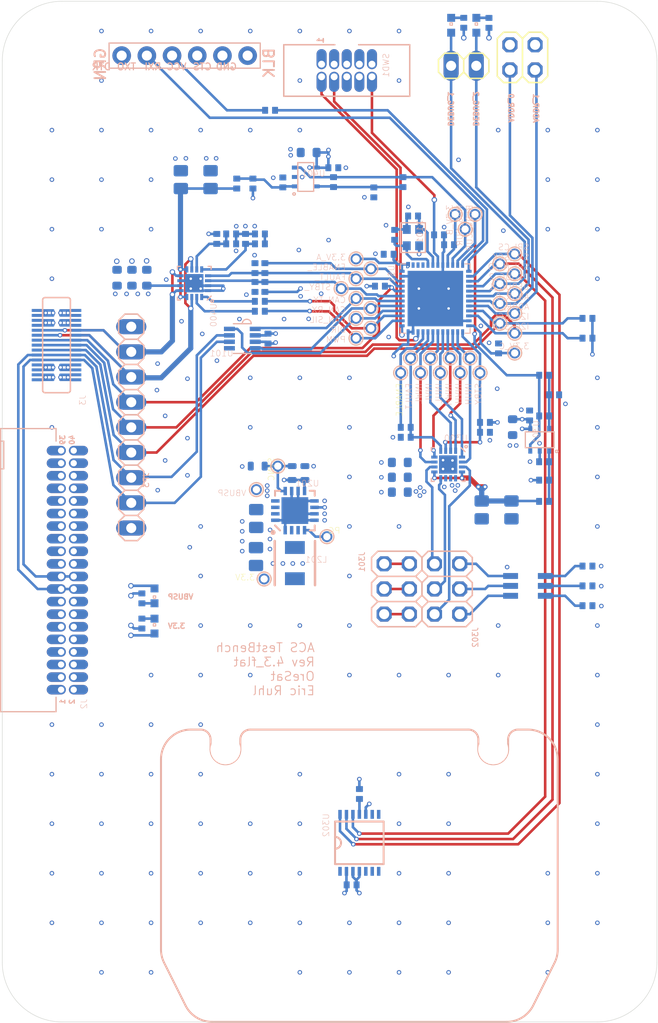
<source format=kicad_pcb>
(kicad_pcb (version 20210623) (generator pcbnew)
  (layers (0 "F.Cu" signal) (1 "In1.Cu" signal) (2 "In2.Cu" signal) (31 "B.Cu" signal) (34 "B.Paste" user) (35 "F.Paste" user) (36 "B.SilkS" user "B.Silkscreen") (37 "F.SilkS" user "F.Silkscreen") (38 "B.Mask" user) (39 "F.Mask" user) (44 "Edge.Cuts" user))
  (net 0 "")
  (net 1 "GND")
  (net 2 "CAN_TX")
  (net 3 "3.3V")
  (net 4 "CAN_H")
  (net 5 "SWDIO")
  (net 6 "SWCLK")
  (net 7 "CAN_L")
  (net 8 "CAN_SILENT")
  (net 9 "U")
  (net 10 "V")
  (net 11 "SENSE_BLDC")
  (net 12 "W")
  (net 13 "BLDC_STBY")
  (net 14 "AS5047_MOSI")
  (net 15 "M_PH")
  (net 16 "250_TOFF")
  (net 17 "OUT1")
  (net 18 "OUT2")
  (net 19 "250_REF")
  (net 20 "M_PWM")
  (net 21 "SENSE_MAG")
  (net 22 "MAG_CURR_FDB")
  (net 23 "BLDC_CURR_FDB")
  (net 24 "SPI1_CS")
  (net 25 "SPI1_SCK")
  (net 26 "SPI1_MISO")
  (net 27 "MAG_FAULT")
  (net 28 "MAG_EN")
  (net 29 "MAG_STBY")
  (net 30 "MAG_DIR")
  (net 31 "MAG_PWM")
  (net 32 "BLDC_INUH")
  (net 33 "BLDC_INVH")
  (net 34 "BLDC_INWH")
  (net 35 "BLDC_EN")
  (net 36 "BLDC_FAULT")
  (net 37 "BLDC_INUL")
  (net 38 "BLDC_INVL")
  (net 39 "BLDC_INWL")
  (net 40 "CLK2")
  (net 41 "CLK1")
  (net 42 "BOOT")
  (net 43 "B_IN+")
  (net 44 "B_IN-")
  (net 45 "TOFF1")
  (net 46 "M_IN+")
  (net 47 "M_IN-")
  (net 48 "CAN_RX")
  (net 49 "UART_TX")
  (net 50 "UART_RX")
  (net 51 "NRST")
  (net 52 "DEBUG_2")
  (net 53 "DEBUG_1")
  (net 54 "I2C_SCL")
  (net 55 "I2C_SDA")
  (net 56 "ADDR_0")
  (net 57 "ADDR_1")
  (net 58 "N$5")
  (net 59 "N$6")
  (net 60 "N$7")
  (net 61 "N$8")
  (net 62 "N$4")
  (net 63 "N$9")
  (net 64 "N$10")
  (net 65 "N$14")
  (net 66 "N$15")
  (net 67 "N$16")
  (net 68 "VBUSP")
  (net 69 "UART_RX1")
  (net 70 "TPS62111_SW1")
  (net 71 "TPS62111-PG2")
  (net 72 "TPS62111-SYNC2")
  (net 73 "N$1")
  (net 74 "N$2")
  (net 75 "N$3")
  (footprint "controller_rev4.3_flat:1X01" (layer "F.Cu") (at 162.6671 89.5036 90)
    (fp_text reference "INUH")
    (fp_text value "TEST-POINT-LARGE" hide)
  )
  (footprint "controller_rev4.3_flat:1X01" (layer "F.Cu") (at 141.1211 102.7836)
    (fp_text reference "VBUSP")
    (fp_text value "TEST-POINT-LARGE-SQUARE" hide)
  )
  (footprint "" (layer "F.Cu") (at 175.5011 59.5036)
    (fp_text reference "@HOLE4" hide)
    (fp_text value "")
  )
  (footprint "controller_rev4.3_flat:1X01" (layer "F.Cu") (at 162.1671 76.5036 90)
    (fp_text reference "MAG_CUR")
    (fp_text value "TEST-POINT-LARGE" hide)
  )
  (footprint "controller_rev4.3_flat:1X01" (layer "F.Cu") (at 151.1671 87.5036 90)
    (fp_text reference "PWM")
    (fp_text value "TEST-POINT-LARGE" hide)
  )
  (footprint "controller_rev4.3_flat:1X01" (layer "F.Cu") (at 152.6671 86.5036 90)
    (fp_text reference "DIR")
    (fp_text value "TEST-POINT-LARGE" hide)
  )
  (footprint "controller_rev4.3_flat:1X01" (layer "F.Cu") (at 163.6671 91.0036 90)
    (fp_text reference "STBY")
    (fp_text value "TEST-POINT-LARGE" hide)
  )
  (footprint "controller_rev4.3_flat:1X01" (layer "F.Cu") (at 167.1671 79.0036 90)
    (fp_text reference "SPI_CS")
    (fp_text value "TEST-POINT-LARGE" hide)
  )
  (footprint "controller_rev4.3_flat:1X01" (layer "F.Cu") (at 167.1671 85.0036 90)
    (fp_text reference "ADDR_1")
    (fp_text value "TEST-POINT-LARGE" hide)
  )
  (footprint "controller_rev4.3_flat:1X01" (layer "F.Cu") (at 159.6671 91.0036 90)
    (fp_text reference "INUL")
    (fp_text value "TEST-POINT-LARGE" hide)
  )
  (footprint "controller_rev4.3_flat:1X01" (layer "F.Cu") (at 160.6671 89.5036 90)
    (fp_text reference "INWH")
    (fp_text value "TEST-POINT-LARGE" hide)
  )
  (footprint "" (layer "F.Cu") (at 138.0011 152.0036)
    (fp_text reference "@HOLE0" hide)
    (fp_text value "")
  )
  (footprint "" (layer "F.Cu") (at 138.0011 129.0036)
    (fp_text reference "@HOLE3" hide)
    (fp_text value "")
  )
  (footprint "controller_rev4.3_flat:1X01" (layer "F.Cu") (at 158.6671 89.5036 90)
    (fp_text reference "INVL")
    (fp_text value "TEST-POINT-LARGE" hide)
  )
  (footprint "controller_rev4.3_flat:1X01" (layer "F.Cu") (at 161.1671 75.0036 90)
    (fp_text reference "3.3V_B")
    (fp_text value "TEST-POINT-LARGE" hide)
  )
  (footprint "controller_rev4.3_flat:1X01" (layer "F.Cu") (at 161.6671 91.0036 90)
    (fp_text reference "INVH")
    (fp_text value "TEST-POINT-LARGE" hide)
  )
  (footprint "" (layer "F.Cu") (at 165.0011 129.0036)
    (fp_text reference "@HOLE2" hide)
    (fp_text value "")
  )
  (footprint "" (layer "F.Cu") (at 165.0011 152.0036)
    (fp_text reference "@HOLE1" hide)
    (fp_text value "")
  )
  (footprint "controller_rev4.3_flat:1X01" (layer "F.Cu") (at 165.6671 80.0036 90)
    (fp_text reference "SPI_SCK")
    (fp_text value "TEST-POINT-LARGE" hide)
  )
  (footprint "controller_rev4.3_flat:1X02" (layer "F.Cu") (at 162.0211 60.0136 180)
    (fp_text reference "JP1" hide)
    (fp_text value "")
  )
  (footprint "controller_rev4.3_flat:1X01" (layer "F.Cu") (at 165.6671 86.0036 180)
    (fp_text reference "I2C_SCL")
    (fp_text value "TEST-POINT-LARGE" hide)
  )
  (footprint "" (layer "F.Cu") (at 121.5011 59.5036)
    (fp_text reference "@HOLE5" hide)
    (fp_text value "")
  )
  (footprint "controller_rev4.3_flat:1X01" (layer "F.Cu") (at 151.1671 85.5036 90)
    (fp_text reference "CAN_SIL")
    (fp_text value "TEST-POINT-LARGE" hide)
  )
  (footprint "controller_rev4.3_flat:1X01" (layer "F.Cu") (at 157.6671 91.0036 90)
    (fp_text reference "INWL")
    (fp_text value "TEST-POINT-LARGE" hide)
  )
  (footprint "controller_rev4.3_flat:1X01" (layer "F.Cu") (at 149.6671 82.5036 90)
    (fp_text reference "STBY_")
    (fp_text value "TEST-POINT-LARGE" hide)
  )
  (footprint "controller_rev4.3_flat:2X02" (layer "F.Cu") (at 167.9511 59.1636)
    (fp_text reference "JP2" hide)
    (fp_text value "")
  )
  (footprint "controller_rev4.3_flat:1X01" (layer "F.Cu") (at 151.1671 79.5036 90)
    (fp_text reference "3.3V_A")
    (fp_text value "TEST-POINT-LARGE" hide)
  )
  (footprint "controller_rev4.3_flat:1X01" (layer "F.Cu") (at 165.6671 84.0036 90)
    (fp_text reference "ADDR_0")
    (fp_text value "TEST-POINT-LARGE" hide)
  )
  (footprint "controller_rev4.3_flat:1X01" (layer "F.Cu") (at 151.1671 81.5036 90)
    (fp_text reference "FAULT_")
    (fp_text value "TEST-POINT-LARGE" hide)
  )
  (footprint "controller_rev4.3_flat:1X01" (layer "F.Cu") (at 156.6671 89.5036 90)
    (fp_text reference "FAULT")
    (fp_text value "TEST-POINT-LARGE" hide)
  )
  (footprint "controller_rev4.3_flat:1X01" (layer "F.Cu") (at 163.1671 75.0036 90)
    (fp_text reference "BLDC_CUR")
    (fp_text value "TEST-POINT-LARGE" hide)
  )
  (footprint "controller_rev4.3_flat:1X01" (layer "F.Cu") (at 152.6671 80.5036 90)
    (fp_text reference "ENABLE_")
    (fp_text value "TEST-POINT-LARGE" hide)
  )
  (footprint "controller_rev4.3_flat:1X01" (layer "F.Cu") (at 151.1671 83.5036 90)
    (fp_text reference "CAN_TX")
    (fp_text value "TEST-POINT-LARGE" hide)
  )
  (footprint "controller_rev4.3_flat:1X01" (layer "F.Cu") (at 152.6671 84.5036 90)
    (fp_text reference "CAN_RX")
    (fp_text value "TEST-POINT-LARGE" hide)
  )
  (footprint "controller_rev4.3_flat:1X01" (layer "F.Cu") (at 167.1671 81.0036 90)
    (fp_text reference "SPI_MISO")
    (fp_text value "TEST-POINT-LARGE" hide)
  )
  (footprint "controller_rev4.3_flat:1X01" (layer "F.Cu") (at 167.1671 89.0036 90)
    (fp_text reference "3.3V_C")
    (fp_text value "TEST-POINT-LARGE" hide)
  )
  (footprint "" (layer "F.Cu") (at 175.5011 150.5036)
    (fp_text reference "@HOLE7" hide)
    (fp_text value "")
  )
  (footprint "controller_rev4.3_flat:1X01" (layer "F.Cu") (at 165.6671 82.0036 90)
    (fp_text reference "DEBUG_2")
    (fp_text value "TEST-POINT-LARGE" hide)
  )
  (footprint "controller_rev4.3_flat:1X01" (layer "F.Cu") (at 167.1671 83.0036 90)
    (fp_text reference "DEBUG_1")
    (fp_text value "TEST-POINT-LARGE" hide)
  )
  (footprint "controller_rev4.3_flat:1X01" (layer "F.Cu") (at 167.1671 87.0036 90)
    (fp_text reference "I2C_SDA")
    (fp_text value "TEST-POINT-LARGE" hide)
  )
  (footprint "" (layer "F.Cu") (at 121.5011 150.5036)
    (fp_text reference "@HOLE6" hide)
    (fp_text value "")
  )
  (footprint "controller_rev4.3_flat:.0402-B-NOSILK" (layer "B.Cu") (at 142.2891 87.5436 90)
    (fp_text reference "C107")
    (fp_text value "100n")
  )
  (footprint "controller_rev4.3_flat:.0805-B-NOSILK" (layer "B.Cu") (at 141.0811 109.5436 90)
    (fp_text reference "C203")
    (fp_text value "22u")
  )
  (footprint "controller_rev4.3_flat:.0402-B-NOSILK" (layer "B.Cu") (at 171.1411 93.2196 180)
    (fp_text reference "R308")
    (fp_text value "2.2k")
  )
  (footprint "controller_rev4.3_flat:.0402-B-NOSILK" (layer "B.Cu") (at 143.7871 71.7836 90)
    (fp_text reference "C410")
    (fp_text value "680p")
  )
  (footprint "controller_rev4.3_flat:ECS-MPI4040" (layer "B.Cu") (at 145.0011 110.2036 180)
    (fp_text reference "L201")
    (fp_text value "6.8u")
  )
  (footprint "controller_rev4.3_flat:.0402-B-NOSILK" (layer "B.Cu") (at 141.4671 84.7836)
    (fp_text reference "R404")
    (fp_text value "330")
  )
  (footprint "controller_rev4.3_flat:.0402-B-NOSILK" (layer "B.Cu") (at 129.5751 116.3036 90)
    (fp_text reference "R2")
    (fp_text value "330" hide)
  )
  (footprint "controller_rev4.3_flat:.0402-B-NOSILK" (layer "B.Cu") (at 156.1771 97.5036 180)
    (fp_text reference "C305")
    (fp_text value "10n")
  )
  (footprint "controller_rev4.3_flat:CHIPLED_0603" (layer "B.Cu") (at 163.2991 55.9216 180)
    (fp_text reference "LED4" hide)
    (fp_text value "BLUE" hide)
  )
  (footprint "controller_rev4.3_flat:.0402-B-NOSILK" (layer "B.Cu") (at 170.1311 101.8296 180)
    (fp_text reference "R303")
    (fp_text value "2.2k")
  )
  (footprint "controller_rev4.3_flat:CLX6E-FKC" (layer "B.Cu") (at 168.5011 112.5036 -90)
    (fp_text reference "LED301" hide)
    (fp_text value "CLX6E-FKC" hide)
  )
  (footprint "controller_rev4.3_flat:.0402-B-NOSILK" (layer "B.Cu") (at 164.1671 97.0036)
    (fp_text reference "C304")
    (fp_text value "1n")
  )
  (footprint "controller_rev4.3_flat:SOT23-5" (layer "B.Cu") (at 146.0971 71.2336)
    (fp_text reference "U401")
    (fp_text value "TSV991ILT")
  )
  (footprint "controller_rev4.3_flat:CHIPLED_0603" (layer "B.Cu") (at 130.8451 116.5576 180)
    (fp_text reference "LED2" hide)
    (fp_text value "GREEN" hide)
  )
  (footprint "controller_rev4.3_flat:1X01" (layer "B.Cu") (at 155.6671 91.0036 -90)
    (fp_text reference "ENABLE")
    (fp_text value "TEST-POINT-LARGE" hide)
  )
  (footprint "controller_rev4.3_flat:1X01" (layer "B.Cu") (at 148.2311 107.5336)
    (fp_text reference "PG")
    (fp_text value "TEST-POINT-LARGE-SQUARE" hide)
  )
  (footprint "controller_rev4.3_flat:.0402-B-NOSILK" (layer "B.Cu") (at 156.9171 75.1736 180)
    (fp_text reference "C105")
    (fp_text value "20p")
  )
  (footprint "controller_rev4.3_flat:.0402-B-NOSILK" (layer "B.Cu") (at 174.5011 112.5036 180)
    (fp_text reference "R8")
    (fp_text value "400")
  )
  (footprint "controller_rev4.3_flat:CHIPLED_0603" (layer "B.Cu") (at 160.7591 55.9216 180)
    (fp_text reference "LED3" hide)
    (fp_text value "BLUE" hide)
  )
  (footprint "controller_rev4.3_flat:VFQPN" (layer "B.Cu") (at 134.8571 81.9536 90)
    (fp_text reference "U400")
    (fp_text value "STSPIN250")
  )
  (footprint "controller_rev4.3_flat:.0603-B-NOSILK" (layer "B.Cu") (at 130.0711 81.3996 90)
    (fp_text reference "C401")
    (fp_text value "22u")
  )
  (footprint "controller_rev4.3_flat:S-PVQFN-16" (layer "B.Cu") (at 145.0011 104.9036)
    (fp_text reference "U201")
    (fp_text value "TPS62111RSA" hide)
  )
  (footprint "controller_rev4.3_flat:.0402-B-NOSILK" (layer "B.Cu") (at 137.1271 77.4836 -90)
    (fp_text reference "R405")
    (fp_text value "100k")
  )
  (footprint "controller_rev4.3_flat:.0402-B-NOSILK" (layer "B.Cu") (at 148.8971 71.7536 -90)
    (fp_text reference "C411")
    (fp_text value "680p" hide)
  )
  (footprint "controller_rev4.3_flat:.0402-B-NOSILK" (layer "B.Cu") (at 140.9771 80.4336 90)
    (fp_text reference "C405")
    (fp_text value "10n")
  )
  (footprint "controller_rev4.3_flat:.0402-B-NOSILK" (layer "B.Cu") (at 150.7211 142.6736 180)
    (fp_text reference "C310")
    (fp_text value "100n")
  )
  (footprint "controller_rev4.3_flat:6_PIN_SERIAL_TARGET_SIDE_W_SILK" (layer "B.Cu") (at 133.8871 58.9856)
    (fp_text reference "J1" hide)
    (fp_text value "" hide)
  )
  (footprint "controller_rev4.3_flat:.0603-B-NOSILK" (layer "B.Cu") (at 155.5811 100.0416 180)
    (fp_text reference "C301")
    (fp_text value "22u")
  )
  (footprint "controller_rev4.3_flat:1X01" (layer "B.Cu") (at 141.9011 111.8036)
    (fp_text reference "3.3V")
    (fp_text value "TEST-POINT-LARGE-SQUARE" hide)
  )
  (footprint "controller_rev4.3_flat:.0402-B-NOSILK" (layer "B.Cu") (at 141.9771 80.4336 90)
    (fp_text reference "R402")
    (fp_text value "18k")
  )
  (footprint "controller_rev4.3_flat:.0402-B-NOSILK" (layer "B.Cu") (at 140.9771 82.3336 -90)
    (fp_text reference "C404")
    (fp_text value "1n")
  )
  (footprint "controller_rev4.3_flat:CHIPLED_0603" (layer "B.Cu") (at 130.8451 113.5096)
    (fp_text reference "LED1" hide)
    (fp_text value "AMBER" hide)
  )
  (footprint "controller_rev4.3_flat:.0603-B-NOSILK" (layer "B.Cu") (at 155.5811 101.5416 180)
    (fp_text reference "C302")
    (fp_text value "22u")
  )
  (footprint "controller_rev4.3_flat:1X09" (layer "B.Cu") (at 128.5011 96.5036 90)
    (fp_text reference "JP3")
    (fp_text value "")
  )
  (footprint "controller_rev4.3_flat:.0402-B-NOSILK" (layer "B.Cu") (at 141.4771 77.9836)
    (fp_text reference "R407")
    (fp_text value "1k")
  )
  (footprint "controller_rev4.3_flat:.0805-B-NOSILK" (layer "B.Cu") (at 141.1011 105.7036 -90)
    (fp_text reference "C201")
    (fp_text value "10u")
  )
  (footprint "controller_rev4.3_flat:.0402-B-NOSILK" (layer "B.Cu") (at 140.7711 71.8976 -90)
    (fp_text reference "R409")
    (fp_text value "2.2k")
  )
  (footprint "controller_rev4.3_flat:.0402-B-NOSILK" (layer "B.Cu") (at 138.5771 77.9836)
    (fp_text reference "C406")
    (fp_text value "2.2n")
  )
  (footprint "controller_rev4.3_flat:.0402-B-NOSILK" (layer "B.Cu") (at 164.5691 55.6816 90)
    (fp_text reference "R4")
    (fp_text value "100" hide)
  )
  (footprint "controller_rev4.3_flat:2X03" (layer "B.Cu") (at 155.2711 112.8136 -90)
    (fp_text reference "J301")
    (fp_text value "")
  )
  (footprint "controller_rev4.3_flat:.0402-B-NOSILK" (layer "B.Cu") (at 141.4671 83.7836)
    (fp_text reference "R403")
    (fp_text value "330")
  )
  (footprint "controller_rev4.3_flat:.0805-B-NOSILK" (layer "B.Cu") (at 133.5011 71.5036 90)
    (fp_text reference "R412")
    (fp_text value "0.68")
  )
  (footprint "controller_rev4.3_flat:.0402-B-NOSILK" (layer "B.Cu") (at 155.8971 71.7536 90)
    (fp_text reference "R413")
    (fp_text value "2.2k" hide)
  )
  (footprint "controller_rev4.3_flat:.0805-B-NOSILK" (layer "B.Cu") (at 163.8371 104.8336 90)
    (fp_text reference "R305")
    (fp_text value "0.68")
  )
  (footprint "controller_rev4.3_flat:.0402-B-NOSILK" (layer "B.Cu") (at 174.5011 110.5036 180)
    (fp_text reference "R7")
    (fp_text value "380")
  )
  (footprint "controller_rev4.3_flat:.0402-B-NOSILK" (layer "B.Cu") (at 170.1271 103.9736)
    (fp_text reference "R304")
    (fp_text value "680")
  )
  (footprint "controller_rev4.3_flat:.0402-B-NOSILK" (layer "B.Cu") (at 170.1371 91.2436 180)
    (fp_text reference "R307")
    (fp_text value "2.2k")
  )
  (footprint "controller_rev4.3_flat:.0402-B-NOSILK" (layer "B.Cu") (at 141.9771 82.3336 90)
    (fp_text reference "R401")
    (fp_text value "18k")
  )
  (footprint "controller_rev4.3_flat:TSSOP14" (layer "B.Cu") (at 151.5011 138.4336 -90)
    (fp_text reference "U302")
    (fp_text value "AS5047P")
  )
  (footprint "controller_rev4.3_flat:CRYSTAL_2.5X2" (layer "B.Cu") (at 156.9071 77.3536 -90)
    (fp_text reference "X101")
    (fp_text value "ABM10-16MHz")
  )
  (footprint "controller_rev4.3_flat:MEZZANINE_PLUG" (layer "B.Cu") (at 120.9671 88.2036 90)
    (fp_text reference "J3")
    (fp_text value "MEZZANINE_PLUG")
  )
  (footprint "controller_rev4.3_flat:.0402-B-NOSILK" (layer "B.Cu") (at 160.5471 78.0736 180)
    (fp_text reference "C103")
    (fp_text value "10n")
  )
  (footprint "controller_rev4.3_flat:.0402-B-NOSILK" (layer "B.Cu") (at 148.8771 70.3036)
    (fp_text reference "C408")
    (fp_text value "100n" hide)
  )
  (footprint "controller_rev4.3_flat:SOT23-8_TI-DCN" (layer "B.Cu") (at 139.6991 87.5436 -90)
    (fp_text reference "U101")
    (fp_text value "TCAN330")
  )
  (footprint "controller_rev4.3_flat:.0402-B-NOSILK" (layer "B.Cu") (at 151.5111 133.5036 -90)
    (fp_text reference "R309")
    (fp_text value "10k")
  )
  (footprint "controller_rev4.3_flat:.0603-C-NOSILK" (layer "B.Cu") (at 144.7211 101.1136 -90)
    (fp_text reference "R201")
    (fp_text value "10k")
  )
  (footprint "controller_rev4.3_flat:.0603-C-NOSILK" (layer "B.Cu") (at 141.2511 100.4136)
    (fp_text reference "R202")
    (fp_text value "NP")
  )
  (footprint "controller_rev4.3_flat:.0402-B-NOSILK" (layer "B.Cu") (at 165.5371 88.5336 90)
    (fp_text reference "C102")
    (fp_text value "100n")
  )
  (footprint "controller_rev4.3_flat:.0805-B-NOSILK" (layer "B.Cu") (at 136.5011 71.5036 90)
    (fp_text reference "R411")
    (fp_text value "0.68")
  )
  (footprint "controller_rev4.3_flat:.0402-B-NOSILK" (layer "B.Cu") (at 138.5771 76.9836)
    (fp_text reference "R406")
    (fp_text value "18k")
  )
  (footprint "controller_rev4.3_flat:.0402-B-NOSILK" (layer "B.Cu") (at 139.1411 71.8976 90)
    (fp_text reference "R410")
    (fp_text value "680")
  )
  (footprint "controller_rev4.3_flat:.0603-B-NOSILK" (layer "B.Cu") (at 127.0711 81.3996 90)
    (fp_text reference "C403")
    (fp_text value "2.2u")
  )
  (footprint "controller_rev4.3_flat:.0402-B-NOSILK" (layer "B.Cu") (at 156.1771 96.5036 180)
    (fp_text reference "R302")
    (fp_text value "18k")
  )
  (footprint "controller_rev4.3_flat:.0402-B-NOSILK" (layer "B.Cu") (at 174.5011 85.5036)
    (fp_text reference "R105")
    (fp_text value "4.7k")
  )
  (footprint "controller_rev4.3_flat:.0402-B-NOSILK" (layer "B.Cu") (at 168.6671 95.3036 90)
    (fp_text reference "C307")
    (fp_text value "100n")
  )
  (footprint "controller_rev4.3_flat:.0603-B-NOSILK" (layer "B.Cu") (at 155.5811 103.0416 180)
    (fp_text reference "C303")
    (fp_text value "2.2u")
  )
  (footprint "controller_rev4.3_flat:1.27MM_2X5" (layer "B.Cu") (at 150.2311 60.4876 -90)
    (fp_text reference "SWD1")
    (fp_text value "1.27MM-SWD-CONNECTOR" hide)
  )
  (footprint "controller_rev4.3_flat:J-SAMTEC-TFM-120-X1-XXX-D-RA" (layer "B.Cu") (at 122.0631 110.9136 -90)
    (fp_text reference "J2")
    (fp_text value "J-SAMTEC-TFM-120-X1-XXX-D-RA" hide)
  )
  (footprint "controller_rev4.3_flat:.0402-B-NOSILK" (layer "B.Cu") (at 170.1271 99.9736 180)
    (fp_text reference "C308")
    (fp_text value "680p")
  )
  (footprint "controller_rev4.3_flat:.0402-B-NOSILK" (layer "B.Cu") (at 152.9611 72.7896 90)
    (fp_text reference "R414")
    (fp_text value "2.2k" hide)
  )
  (footprint "controller_rev4.3_flat:.0603-C-NOSILK" (layer "B.Cu") (at 146.0111 101.1136 90)
    (fp_text reference "C202")
    (fp_text value "1u")
  )
  (footprint "controller_rev4.3_flat:VFQPN" (layer "B.Cu") (at 160.4571 100.2536 180)
    (fp_text reference "U300")
    (fp_text value "STSPIN230")
  )
  (footprint "controller_rev4.3_flat:1X01" (layer "B.Cu") (at 143.2811 100.4136 180)
    (fp_text reference "SYNC")
    (fp_text value "TEST-POINT-LARGE-SQUARE" hide)
  )
  (footprint "controller_rev4.3_flat:.0402-B-NOSILK" (layer "B.Cu") (at 140.0271 77.4836 90)
    (fp_text reference "R408")
    (fp_text value "47k")
  )
  (footprint "controller_rev4.3_flat:QFPN-48" (layer "B.Cu") (at 159.1671 83.5036 -90)
    (fp_text reference "U$1")
    (fp_text value "STM32L452CEU3")
  )
  (footprint "controller_rev4.3_flat:.0402-B-NOSILK" (layer "B.Cu") (at 174.5011 87.5036)
    (fp_text reference "R106")
    (fp_text value "4.7k")
  )
  (footprint "controller_rev4.3_flat:.0402-B-NOSILK" (layer "B.Cu") (at 141.4771 76.9836 180)
    (fp_text reference "C407")
    (fp_text value "22n")
  )
  (footprint "controller_rev4.3_flat:.0402-B-NOSILK" (layer "B.Cu") (at 129.5751 113.7636 -90)
    (fp_text reference "R1")
    (fp_text value "1.3k" hide)
  )
  (footprint "controller_rev4.3_flat:.0402-B-NOSILK" (layer "B.Cu") (at 164.1671 96.0036 180)
    (fp_text reference "R301")
    (fp_text value "18k")
  )
  (footprint "controller_rev4.3_flat:.0402-B-NOSILK" (layer "B.Cu") (at 142.5011 64.5036)
    (fp_text reference "R104")
    (fp_text value "10k")
  )
  (footprint "controller_rev4.3_flat:.0603-B-NOSILK" (layer "B.Cu") (at 166.9571 96.4836 -90)
    (fp_text reference "C306")
    (fp_text value "4.7u")
  )
  (footprint "controller_rev4.3_flat:.0402-B-NOSILK" (layer "B.Cu") (at 159.5371 77.0736)
    (fp_text reference "C106")
    (fp_text value "100n")
  )
  (footprint "controller_rev4.3_flat:.0402-B-NOSILK" (layer "B.Cu") (at 170.1371 95.3536)
    (fp_text reference "C309")
    (fp_text value "680p")
  )
  (footprint "controller_rev4.3_flat:SOT23-5" (layer "B.Cu") (at 169.6871 97.7536 90)
    (fp_text reference "U301")
    (fp_text value "TSV991ILT")
  )
  (footprint "controller_rev4.3_flat:.0402-B-NOSILK" (layer "B.Cu") (at 174.5011 114.5036 180)
    (fp_text reference "R9")
    (fp_text value "320")
  )
  (footprint "controller_rev4.3_flat:.0402-B-NOSILK" (layer "B.Cu") (at 162.0291 55.6716 90)
    (fp_text reference "R3")
    (fp_text value "100" hide)
  )
  (footprint "controller_rev4.3_flat:2X03" (layer "B.Cu") (at 160.3511 112.8136 90)
    (fp_text reference "J302")
    (fp_text value "")
  )
  (footprint "controller_rev4.3_flat:.0603-B-NOSILK" (layer "B.Cu") (at 146.3871 68.7636 180)
    (fp_text reference "C409")
    (fp_text value "4.7u" hide)
  )
  (footprint "controller_rev4.3_flat:.0402-B-NOSILK" (layer "B.Cu") (at 153.5771 82.2536)
    (fp_text reference "R101")
    (fp_text value "10k")
  )
  (footprint "controller_rev4.3_flat:.0805-B-NOSILK" (layer "B.Cu") (at 166.8371 104.8336 90)
    (fp_text reference "R306")
    (fp_text value "0.68")
  )
  (footprint "controller_rev4.3_flat:.0402-B-NOSILK" (layer "B.Cu") (at 154.4571 79.0336 180)
    (fp_text reference "C101")
    (fp_text value "100n")
  )
  (footprint "controller_rev4.3_flat:.0402-B-NOSILK" (layer "B.Cu") (at 155.0671 77.0736 90)
    (fp_text reference "C104")
    (fp_text value "20p")
  )
  (footprint "controller_rev4.3_flat:.0603-B-NOSILK" (layer "B.Cu") (at 128.5711 81.3996 90)
    (fp_text reference "C402")
    (fp_text value "22u")
  )
  (gr_arc (start 168.501098 149.195397) (end 171.184381 150.537038) (angle -26.565051) (layer "B.SilkS") (width 0.2))
  (gr_line (start 149.0311 57.8876) (end 143.8811 57.8876) (layer "B.SilkS") (width 0.15))
  (gr_arc (start 134.5011 130.0036) (end 134.5011 127.0036) (angle -90) (layer "B.SilkS") (width 0.2))
  (gr_arc (start 138.0011 129.0036) (end 138.0011 130.5036) (angle 90) (layer "B.SilkS") (width 0.2))
  (gr_line (start 136.5011 129.0036) (end 136.5011 128.0036) (layer "B.SilkS") (width 0.2))
  (gr_arc (start 167.5011 128.0036) (end 167.5011 127.0036) (angle -90) (layer "B.SilkS") (width 0.2))
  (gr_arc (start 162.5011 128.0036) (end 163.5011 128.0036) (angle -90) (layer "B.SilkS") (width 0.2))
  (gr_line (start 156.5811 63.0876) (end 156.5811 57.8876) (layer "B.SilkS") (width 0.15))
  (gr_line (start 166.5011 128.0036) (end 166.5011 129.0036) (layer "B.SilkS") (width 0.2))
  (gr_line (start 163.5011 129.0036) (end 163.5011 128.0036) (layer "B.SilkS") (width 0.2))
  (gr_line (start 169.030278 154.845244) (end 171.184381 150.537038) (layer "B.SilkS") (width 0.2))
  (gr_line (start 168.5011 127.0036) (end 167.5011 127.0036) (layer "B.SilkS") (width 0.2))
  (gr_arc (start 136.6552 153.503602) (end 133.971921 154.845244) (angle -63.434949) (layer "B.SilkS") (width 0.2))
  (gr_arc (start 165.0011 129.0036) (end 165.0011 130.5036) (angle 90) (layer "B.SilkS") (width 0.2))
  (gr_line (start 156.5811 57.8876) (end 151.4311 57.8876) (layer "B.SilkS") (width 0.15))
  (gr_arc (start 165.0011 129.0036) (end 166.5011 129.0036) (angle 90) (layer "B.SilkS") (width 0.2))
  (gr_line (start 139.5011 128.0036) (end 139.5011 129.0036) (layer "B.SilkS") (width 0.2))
  (gr_line (start 131.5011 130.0036) (end 131.5011 149.195397) (layer "B.SilkS") (width 0.2))
  (gr_line (start 171.5011 149.195397) (end 171.5011 130.0036) (layer "B.SilkS") (width 0.2))
  (gr_arc (start 166.346997 153.503599) (end 166.346996 156.5036) (angle -63.434895) (layer "B.SilkS") (width 0.2))
  (gr_line (start 136.655203 156.5036) (end 166.346996 156.5036) (layer "B.SilkS") (width 0.2))
  (gr_line (start 143.8811 63.0876) (end 156.5811 63.0876) (layer "B.SilkS") (width 0.15))
  (gr_arc (start 135.5011 128.0036) (end 136.5011 128.0036) (angle -90) (layer "B.SilkS") (width 0.2))
  (gr_line (start 162.5011 127.0036) (end 140.5011 127.0036) (layer "B.SilkS") (width 0.2))
  (gr_arc (start 134.5011 149.195399) (end 131.5011 149.195397) (angle -26.565051) (layer "B.SilkS") (width 0.2))
  (gr_arc (start 168.5011 130.0036) (end 171.5011 130.0036) (angle -90) (layer "B.SilkS") (width 0.2))
  (gr_line (start 131.817818 150.537038) (end 133.971921 154.845244) (layer "B.SilkS") (width 0.2))
  (gr_line (start 143.8811 57.8876) (end 143.8811 63.0876) (layer "B.SilkS") (width 0.15))
  (gr_arc (start 138.0011 129.0036) (end 139.5011 129.0036) (angle 90) (layer "B.SilkS") (width 0.2))
  (gr_line (start 135.5011 127.0036) (end 134.5011 127.0036) (layer "B.SilkS") (width 0.2))
  (gr_arc (start 140.5011 128.0036) (end 140.5011 127.0036) (angle -90) (layer "B.SilkS") (width 0.2))
  (gr_line (start 115.5011 150.5036) (end 115.5011 59.5036) (layer "Edge.Cuts") (width 0.05))
  (gr_line (start 181.5011 59.5036) (end 181.5011 150.5036) (layer "Edge.Cuts") (width 0.05))
  (gr_line (start 175.5011 156.5036) (end 121.5011 156.5036) (layer "Edge.Cuts") (width 0.05))
  (gr_arc (start 121.5011 59.5036) (end 115.5011 59.5036) (angle 90) (layer "Edge.Cuts") (width 0.05))
  (gr_line (start 121.5011 53.5036) (end 175.5011 53.5036) (layer "Edge.Cuts") (width 0.05))
  (gr_arc (start 175.5011 150.5036) (end 181.5011 150.5036) (angle 90) (layer "Edge.Cuts") (width 0.05))
  (gr_arc (start 175.5011 59.5036) (end 175.5011 53.5036) (angle 90) (layer "Edge.Cuts") (width 0.05))
  (gr_arc (start 121.5011 150.5036) (end 121.5011 156.5036) (angle 90) (layer "Edge.Cuts") (width 0.05))
  (gr_text "ADDR_0" (at 167.0931 62.7276 -90) (layer "B.SilkS") (effects (font (size 0.524 0.524) (thickness 0.131)) (justify right top mirror)))
  (gr_text "DEBUG_1" (at 161.0131 62.5256 -90) (layer "B.SilkS") (effects (font (size 0.524 0.524) (thickness 0.131)) (justify right top mirror)))
  (gr_text "ACS TestBench\nRev 4.3_flat\nOreSat \nEric Ruhl" (at 147.0711 123.6036) (layer "B.SilkS") (effects (font (size 0.9 0.9) (thickness 0.1)) (justify left bottom mirror)))
  (gr_text "DEBUG_2" (at 163.5531 62.5256 -90) (layer "B.SilkS") (effects (font (size 0.524 0.524) (thickness 0.131)) (justify right top mirror)))
  (gr_text "VBUSP" (at 132.1111 113.2936) (layer "B.SilkS") (effects (font (size 0.524 0.524) (thickness 0.131)) (justify right top mirror)))
  (gr_text "ADDR_1" (at 169.6031 62.7476 -90) (layer "B.SilkS") (effects (font (size 0.524 0.524) (thickness 0.131)) (justify right top mirror)))
  (gr_text "3.3V" (at 132.1311 116.2436) (layer "B.SilkS") (effects (font (size 0.524 0.524) (thickness 0.131)) (justify right top mirror)))
  (via (at 140.0111 76.1936) (size 0.4572) (drill 0.254) (layers "F.Cu" "B.Cu") (net 1))
  (via (at 148.0011 103.9236) (size 0.4572) (drill 0.254) (layers "F.Cu" "B.Cu") (net 1))
  (via (at 160.5011 151.5036) (size 0.4572) (drill 0.254) (layers "F.Cu" "B.Cu") (net 1))
  (via (at 164.5691 57.1916) (size 0.5532) (drill 0.35) (layers "F.Cu" "B.Cu") (net 1))
  (via (at 128.5711 79.7236) (size 0.5532) (drill 0.35) (layers "F.Cu" "B.Cu") (net 1))
  (via (at 164.5811 87.9736) (size 0.4572) (drill 0.254) (layers "F.Cu" "B.Cu") (net 1))
  (via (at 130.5011 66.5036) (size 0.4572) (drill 0.254) (layers "F.Cu" "B.Cu") (net 1))
  (via (at 147.6511 83.0136) (size 0.4572) (drill 0.254) (layers "F.Cu" "B.Cu") (net 1))
  (via (at 120.6211 84.9536) (size 0.4572) (drill 0.254) (layers "F.Cu" "B.Cu") (net 1))
  (via (at 135.5011 126.5036) (size 0.4572) (drill 0.254) (layers "F.Cu" "B.Cu") (net 1))
  (via (at 156.4411 74.2536) (size 0.4572) (drill 0.254) (layers "F.Cu" "B.Cu") (net 1))
  (via (at 170.5011 66.5036) (size 0.4572) (drill 0.254) (layers "F.Cu" "B.Cu") (net 1))
  (via (at 145.5011 136.5036) (size 0.4572) (drill 0.254) (layers "F.Cu" "B.Cu") (net 1))
  (via (at 155.5011 61.5036) (size 0.4572) (drill 0.254) (layers "F.Cu" "B.Cu") (net 1))
  (via (at 170.5011 76.5036) (size 0.4572) (drill 0.254) (layers "F.Cu" "B.Cu") (net 1))
  (via (at 130.5011 71.5036) (size 0.4572) (drill 0.254) (layers "F.Cu" "B.Cu") (net 1))
  (via (at 150.5011 91.5036) (size 0.4572) (drill 0.254) (layers "F.Cu" "B.Cu") (net 1))
  (via (at 120.5011 141.5036) (size 0.4572) (drill 0.254) (layers "F.Cu" "B.Cu") (net 1))
  (via (at 159.9411 99.8136) (size 0.4572) (drill 0.254) (layers "F.Cu" "B.Cu") (net 1))
  (via (at 120.5011 66.5036) (size 0.4572) (drill 0.254) (layers "F.Cu" "B.Cu") (net 1))
  (via (at 159.9411 100.7036) (size 0.4572) (drill 0.254) (layers "F.Cu" "B.Cu") (net 1))
  (via (at 140.5011 56.5036) (size 0.4572) (drill 0.254) (layers "F.Cu" "B.Cu") (net 1))
  (via (at 160.5011 136.5036) (size 0.4572) (drill 0.254) (layers "F.Cu" "B.Cu") (net 1))
  (via (at 130.5011 151.5036) (size 0.4572) (drill 0.254) (layers "F.Cu" "B.Cu") (net 1))
  (via (at 140.5011 121.5036) (size 0.4572) (drill 0.254) (layers "F.Cu" "B.Cu") (net 1))
  (via (at 125.5011 146.5036) (size 0.4572) (drill 0.254) (layers "F.Cu" "B.Cu") (net 1))
  (via (at 140.5011 96.5036) (size 0.4572) (drill 0.254) (layers "F.Cu" "B.Cu") (net 1))
  (via (at 125.5011 71.5036) (size 0.4572) (drill 0.254) (layers "F.Cu" "B.Cu") (net 1))
  (via (at 172.2811 94.1336) (size 0.4572) (drill 0.254) (layers "F.Cu" "B.Cu") (net 1))
  (via (at 150.5011 96.5036) (size 0.4572) (drill 0.254) (layers "F.Cu" "B.Cu") (net 1))
  (via (at 154.9685 89.307388) (size 0.4632) (drill 0.26) (layers "F.Cu" "B.Cu") (net 1))
  (via (at 135.5011 146.5036) (size 0.4572) (drill 0.254) (layers "F.Cu" "B.Cu") (net 1))
  (via (at 120.6211 91.4536) (size 0.4572) (drill 0.254) (layers "F.Cu" "B.Cu") (net 1))
  (via (at 175.8911 112.5236) (size 0.4572) (drill 0.254) (layers "F.Cu" "B.Cu") (net 1))
  (via (at 135.5011 116.5036) (size 0.4572) (drill 0.254) (layers "F.Cu" "B.Cu") (net 1))
  (via (at 130.5011 136.5036) (size 0.4572) (drill 0.254) (layers "F.Cu" "B.Cu") (net 1))
  (via (at 137.0611 69.3536) (size 0.4572) (drill 0.254) (layers "F.Cu" "B.Cu") (net 1))
  (via (at 168.7111 99.9636) (size 0.4572) (drill 0.254) (layers "F.Cu" "B.Cu") (net 1))
  (via (at 121.3711 91.4536) (size 0.4572) (drill 0.254) (layers "F.Cu" "B.Cu") (net 1))
  (via (at 154.8811 97.5036) (size 0.4572) (drill 0.254) (layers "F.Cu" "B.Cu") (net 1))
  (via (at 142.4911 107.7736) (size 0.4572) (drill 0.254) (layers "F.Cu" "B.Cu") (net 1))
  (via (at 135.5011 82.5036) (size 0.4572) (drill 0.254) (layers "F.Cu" "B.Cu") (net 1))
  (via (at 128.4711 113.4936) (size 0.5532) (drill 0.35) (layers "F.Cu" "B.Cu") (net 1))
  (via (at 146.8911 100.4236) (size 0.4572) (drill 0.254) (layers "F.Cu" "B.Cu") (net 1))
  (via (at 150.5011 146.5036) (size 0.4572) (drill 0.254) (layers "F.Cu" "B.Cu") (net 1))
  (via (at 134.0111 69.3536) (size 0.4572) (drill 0.254) (layers "F.Cu" "B.Cu") (net 1))
  (via (at 157.5011 82.5036) (size 0.4572) (drill 0.254) (layers "F.Cu" "B.Cu") (net 1))
  (via (at 175.5011 81.5036) (size 0.4572) (drill 0.254) (layers "F.Cu" "B.Cu") (net 1))
  (via (at 143.0591 87.0436) (size 0.4632) (drill 0.26) (layers "F.Cu" "B.Cu") (net 1))
  (via (at 119.8711 84.9536) (size 0.4572) (drill 0.254) (layers "F.Cu" "B.Cu") (net 1))
  (via (at 145.5011 91.5036) (size 0.4572) (drill 0.254) (layers "F.Cu" "B.Cu") (net 1))
  (via (at 145.5011 146.5036) (size 0.4572) (drill 0.254) (layers "F.Cu" "B.Cu") (net 1))
  (via (at 169.6711 98.1136) (size 0.4572) (drill 0.254) (layers "F.Cu" "B.Cu") (net 1))
  (via (at 160.5011 121.5036) (size 0.4572) (drill 0.254) (layers "F.Cu" "B.Cu") (net 1))
  (via (at 152.0111 73.2836) (size 0.4572) (drill 0.254) (layers "F.Cu" "B.Cu") (net 1))
  (via (at 175.5011 131.5036) (size 0.4572) (drill 0.254) (layers "F.Cu" "B.Cu") (net 1))
  (via (at 142.5011 106.8536) (size 0.4572) (drill 0.254) (layers "F.Cu" "B.Cu") (net 1))
  (via (at 154.1911 76.1036) (size 0.4572) (drill 0.254) (layers "F.Cu" "B.Cu") (net 1))
  (via (at 125.5011 151.5036) (size 0.4572) (drill 0.254) (layers "F.Cu" "B.Cu") (net 1))
  (via (at 137.1411 89.7736) (size 0.4572) (drill 0.254) (layers "F.Cu" "B.Cu") (net 1))
  (via (at 130.0511 79.7036) (size 0.5532) (drill 0.35) (layers "F.Cu" "B.Cu") (net 1))
  (via (at 132.0311 81.5936) (size 0.4572) (drill 0.254) (layers "F.Cu" "B.Cu") (net 1))
  (via (at 135.5011 121.5036) (size 0.4572) (drill 0.254) (layers "F.Cu" "B.Cu") (net 1))
  (via (at 130.5011 141.5036) (size 0.4572) (drill 0.254) (layers "F.Cu" "B.Cu") (net 1))
  (via (at 120.5011 126.5036) (size 0.4572) (drill 0.254) (layers "F.Cu" "B.Cu") (net 1))
  (via (at 155.5011 121.5036) (size 0.4572) (drill 0.254) (layers "F.Cu" "B.Cu") (net 1))
  (via (at 175.5011 91.5036) (size 0.4572) (drill 0.254) (layers "F.Cu" "B.Cu") (net 1))
  (via (at 130.5011 121.5036) (size 0.4572) (drill 0.254) (layers "F.Cu" "B.Cu") (net 1))
  (via (at 162.0291 57.1916) (size 0.5532) (drill 0.35) (layers "F.Cu" "B.Cu") (net 1))
  (via (at 131.9211 99.8436) (size 0.4572) (drill 0.254) (layers "F.Cu" "B.Cu") (net 1))
  (via (at 175.5011 141.5036) (size 0.4572) (drill 0.254) (layers "F.Cu" "B.Cu") (net 1))
  (via (at 160.5011 146.5036) (size 0.4572) (drill 0.254) (layers "F.Cu" "B.Cu") (net 1))
  (via (at 135.5011 66.5036) (size 0.4572) (drill 0.254) (layers "F.Cu" "B.Cu") (net 1))
  (via (at 131.1611 90.0736) (size 0.4572) (drill 0.254) (layers "F.Cu" "B.Cu") (net 1))
  (via (at 150.5011 56.5036) (size 0.4572) (drill 0.254) (layers "F.Cu" "B.Cu") (net 1))
  (via (at 125.5011 126.5036) (size 0.4572) (drill 0.254) (layers "F.Cu" "B.Cu") (net 1))
  (via (at 146.3911 85.5536) (size 0.4572) (drill 0.254) (layers "F.Cu" "B.Cu") (net 1))
  (via (at 145.5011 131.5036) (size 0.4572) (drill 0.254) (layers "F.Cu" "B.Cu") (net 1))
  (via (at 145.4011 78.6036) (size 0.4572) (drill 0.254) (layers "F.Cu" "B.Cu") (net 1))
  (via (at 160.5011 84.5036) (size 0.4572) (drill 0.254) (layers "F.Cu" "B.Cu") (net 1))
  (via (at 145.5811 83.2736) (size 0.4572) (drill 0.254) (layers "F.Cu" "B.Cu") (net 1))
  (via (at 131.0911 92.7436) (size 0.4572) (drill 0.254) (layers "F.Cu" "B.Cu") (net 1))
  (via (at 170.5011 141.5036) (size 0.4572) (drill 0.254) (layers "F.Cu" "B.Cu") (net 1))
  (via (at 165.5011 66.5036) (size 0.4572) (drill 0.254) (layers "F.Cu" "B.Cu") (net 1))
  (via (at 136.0611 69.3536) (size 0.4572) (drill 0.254) (layers "F.Cu" "B.Cu") (net 1))
  (via (at 120.5011 136.5036) (size 0.4572) (drill 0.254) (layers "F.Cu" "B.Cu") (net 1))
  (via (at 167.3211 98.3336) (size 0.4572) (drill 0.254) (layers "F.Cu" "B.Cu") (net 1))
  (via (at 139.4111 85.5736) (size 0.4572) (drill 0.254) (layers "F.Cu" "B.Cu") (net 1))
  (via (at 150.5011 106.5036) (size 0.4572) (drill 0.254) (layers "F.Cu" "B.Cu") (net 1))
  (via (at 122.1211 91.4536) (size 0.4572) (drill 0.254) (layers "F.Cu" "B.Cu") (net 1))
  (via (at 130.5011 76.5036) (size 0.4572) (drill 0.254) (layers "F.Cu" "B.Cu") (net 1))
  (via (at 166.6811 98.3336) (size 0.4572) (drill 0.254) (layers "F.Cu" "B.Cu") (net 1))
  (via (at 166.0211 76.6536) (size 0.4572) (drill 0.254) (layers "F.Cu" "B.Cu") (net 1))
  (via (at 135.5011 56.5036) (size 0.4572) (drill 0.254) (layers "F.Cu" "B.Cu") (net 1))
  (via (at 175.5011 76.5036) (size 0.4572) (drill 0.254) (layers "F.Cu" "B.Cu") (net 1))
  (via (at 140.5011 136.5036) (size 0.4572) (drill 0.254) (layers "F.Cu" "B.Cu") (net 1))
  (via (at 139.0711 78.6936) (size 0.4572) (drill 0.254) (layers "F.Cu" "B.Cu") (net 1))
  (via (at 175.5011 71.5036) (size 0.4572) (drill 0.254) (layers "F.Cu" "B.Cu") (net 1))
  (via (at 139.0911 76.2036) (size 0.4572) (drill 0.254) (layers "F.Cu" "B.Cu") (net 1))
  (via (at 160.0511 76.2936) (size 0.4572) (drill 0.254) (layers "F.Cu" "B.Cu") (net 1))
  (via (at 142.8211 71.3136) (size 0.4572) (drill 0.254) (layers "F.Cu" "B.Cu") (net 1))
  (via (at 155.5011 146.5036) (size 0.4572) (drill 0.254) (layers "F.Cu" "B.Cu") (net 1))
  (via (at 150.5011 151.5036) (size 0.4572) (drill 0.254) (layers "F.Cu" "B.Cu") (net 1))
  (via (at 160.5011 82.5036) (size 0.4572) (drill 0.254) (layers "F.Cu" "B.Cu") (net 1))
  (via (at 145.5011 96.5036) (size 0.4572) (drill 0.254) (layers "F.Cu" "B.Cu") (net 1))
  (via (at 135.5011 81.5036) (size 0.4572) (drill 0.254) (layers "F.Cu" "B.Cu") (net 1))
  (via (at 125.5011 66.5036) (size 0.4572) (drill 0.254) (layers "F.Cu" "B.Cu") (net 1))
  (via (at 142.4911 108.7836) (size 0.4572) (drill 0.254) (layers "F.Cu" "B.Cu") (net 1))
  (via (at 160.8911 99.8436) (size 0.4572) (drill 0.254) (layers "F.Cu" "B.Cu") (net 1))
  (via (at 135.5011 106.5036) (size 0.4572) (drill 0.254) (layers "F.Cu" "B.Cu") (net 1))
  (via (at 143.9111 85.5736) (size 0.4572) (drill 0.254) (layers "F.Cu" "B.Cu") (net 1))
  (via (at 119.8711 91.4536) (size 0.4572) (drill 0.254) (layers "F.Cu" "B.Cu") (net 1))
  (via (at 163.7511 86.2636) (size 0.4572) (drill 0.254) (layers "F.Cu" "B.Cu") (net 1))
  (via (at 152.5011 134.5036) (size 0.4632) (drill 0.26) (layers "F.Cu" "B.Cu") (net 1))
  (via (at 175.5011 66.5036) (size 0.4572) (drill 0.254) (layers "F.Cu" "B.Cu") (net 1))
  (via (at 145.7311 71.2436) (size 0.4572) (drill 0.254) (layers "F.Cu" "B.Cu") (net 1))
  (via (at 139.6911 100.4536) (size 0.4572) (drill 0.254) (layers "F.Cu" "B.Cu") (net 1))
  (via (at 125.5011 141.5036) (size 0.4572) (drill 0.254) (layers "F.Cu" "B.Cu") (net 1))
  (via (at 144.5611 68.4336) (size 0.4572) (drill 0.254) (layers "F.Cu" "B.Cu") (net 1))
  (via (at 157.5271 79.0136) (size 0.4632) (drill 0.26) (layers "F.Cu" "B.Cu") (net 1))
  (via (at 134.1711 91.5936) (size 0.4572) (drill 0.254) (layers "F.Cu" "B.Cu") (net 1))
  (via (at 133.5711 85.7936) (size 0.4572) (drill 0.254) (layers "F.Cu" "B.Cu") (net 1))
  (via (at 144.5811 69.0436) (size 0.4572) (drill 0.254) (layers "F.Cu" "B.Cu") (net 1))
  (via (at 155.5011 151.5036) (size 0.4572) (drill 0.254) (layers "F.Cu" "B.Cu") (net 1))
  (via (at 120.5011 146.5036) (size 0.4572) (drill 0.254) (layers "F.Cu" "B.Cu") (net 1))
  (via (at 131.1711 102.8436) (size 0.4572) (drill 0.254) (layers "F.Cu" "B.Cu") (net 1))
  (via (at 160.5011 131.5036) (size 0.4572) (drill 0.254) (layers "F.Cu" "B.Cu") (net 1))
  (via (at 175.5011 121.5036) (size 0.4572) (drill 0.254) (layers "F.Cu" "B.Cu") (net 1))
  (via (at 167.8311 94.7236) (size 0.4572) (drill 0.254) (layers "F.Cu" "B.Cu") (net 1))
  (via (at 153.1211 78.9836) (size 0.4572) (drill 0.254) (layers "F.Cu" "B.Cu") (net 1))
  (via (at 140.5011 141.5036) (size 0.4572) (drill 0.254) (layers "F.Cu" "B.Cu") (net 1))
  (via (at 120.5011 71.5036) (size 0.4572) (drill 0.254) (layers "F.Cu" "B.Cu") (net 1))
  (via (at 131.9211 95.3436) (size 0.4572) (drill 0.254) (layers "F.Cu" "B.Cu") (net 1))
  (via (at 148.4011 77.6036) (size 0.4572) (drill 0.254) (layers "F.Cu" "B.Cu") (net 1))
  (via (at 145.5011 66.5036) (size 0.4572) (drill 0.254) (layers "F.Cu" "B.Cu") (net 1))
  (via (at 161.5011 69.5036) (size 0.4572) (drill 0.254) (layers "F.Cu" "B.Cu") (net 1))
  (via (at 132.9511 69.3736) (size 0.4572) (drill 0.254) (layers "F.Cu" "B.Cu") (net 1))
  (via (at 175.9011 114.5336) (size 0.4572) (drill 0.254) (layers "F.Cu" "B.Cu") (net 1))
  (via (at 175.5011 96.5036) (size 0.4572) (drill 0.254) (layers "F.Cu" "B.Cu") (net 1))
  (via (at 175.5011 101.5036) (size 0.4572) (drill 0.254) (layers "F.Cu" "B.Cu") (net 1))
  (via (at 120.5011 131.5036) (size 0.4572) (drill 0.254) (layers "F.Cu" "B.Cu") (net 1))
  (via (at 135.5011 141.5036) (size 0.4572) (drill 0.254) (layers "F.Cu" "B.Cu") (net 1))
  (via (at 155.5011 136.5036) (size 0.4572) (drill 0.254) (layers "F.Cu" "B.Cu") (net 1))
  (via (at 175.5011 116.5036) (size 0.4572) (drill 0.254) (layers "F.Cu" "B.Cu") (net 1))
  (via (at 160.9111 100.7036) (size 0.4572) (drill 0.254) (layers "F.Cu" "B.Cu") (net 1))
  (via (at 154.4611 87.3836) (size 0.4572) (drill 0.254) (layers "F.Cu" "B.Cu") (net 1))
  (via (at 140.5011 146.5036) (size 0.4572) (drill 0.254) (layers "F.Cu" "B.Cu") (net 1))
  (via (at 150.5011 111.5036) (size 0.4572) (drill 0.254) (layers "F.Cu" "B.Cu") (net 1))
  (via (at 150.5011 101.5036) (size 0.4572) (drill 0.254) (layers "F.Cu" "B.Cu") (net 1))
  (via (at 153.7211 101.5436) (size 0.4572) (drill 0.254) (layers "F.Cu" "B.Cu") (net 1))
  (via (at 120.5011 76.5036) (size 0.4572) (drill 0.254) (layers "F.Cu" "B.Cu") (net 1))
  (via (at 157.5011 84.5036) (size 0.4572) (drill 0.254) (layers "F.Cu" "B.Cu") (net 1))
  (via (at 175.5011 106.5036) (size 0.4572) (drill 0.254) (layers "F.Cu" "B.Cu") (net 1))
  (via (at 130.5011 146.5036) (size 0.4572) (drill 0.254) (layers "F.Cu" "B.Cu") (net 1))
  (via (at 166.4011 110.6036) (size 0.4572) (drill 0.254) (layers "F.Cu" "B.Cu") (net 1))
  (via (at 127.0411 79.7436) (size 0.5532) (drill 0.35) (layers "F.Cu" "B.Cu") (net 1))
  (via (at 153.7211 103.0436) (size 0.4572) (drill 0.254) (layers "F.Cu" "B.Cu") (net 1))
  (via (at 120.5011 96.5036) (size 0.4572) (drill 0.254) (layers "F.Cu" "B.Cu") (net 1))
  (via (at 125.5011 131.5036) (size 0.4572) (drill 0.254) (layers "F.Cu" "B.Cu") (net 1))
  (via (at 139.6911 105.9936) (size 0.4572) (drill 0.254) (layers "F.Cu" "B.Cu") (net 1))
  (via (at 139.6911 108.9936) (size 0.4572) (drill 0.254) (layers "F.Cu" "B.Cu") (net 1))
  (via (at 140.5011 91.5036) (size 0.4572) (drill 0.254) (layers "F.Cu" "B.Cu") (net 1))
  (via (at 125.5011 76.5036) (size 0.4572) (drill 0.254) (layers "F.Cu" "B.Cu") (net 1))
  (via (at 175.8811 110.5036) (size 0.4572) (drill 0.254) (layers "F.Cu" "B.Cu") (net 1))
  (via (at 120.5011 81.5036) (size 0.4572) (drill 0.254) (layers "F.Cu" "B.Cu") (net 1))
  (via (at 155.5011 131.5036) (size 0.4572) (drill 0.254) (layers "F.Cu" "B.Cu") (net 1))
  (via (at 145.5011 151.5036) (size 0.4572) (drill 0.254) (layers "F.Cu" "B.Cu") (net 1))
  (via (at 140.5011 116.5036) (size 0.4572) (drill 0.254) (layers "F.Cu" "B.Cu") (net 1))
  (via (at 164.6611 97.8036) (size 0.4572) (drill 0.254) (layers "F.Cu" "B.Cu") (net 1))
  (via (at 155.5011 56.5036) (size 0.4572) (drill 0.254) (layers "F.Cu" "B.Cu") (net 1))
  (via (at 140.937593 79.124094) (size 0.4632) (drill 0.26) (layers "F.Cu" "B.Cu") (net 1))
  (via (at 155.5011 141.5036) (size 0.4572) (drill 0.254) (layers "F.Cu" "B.Cu") (net 1))
  (via (at 139.6911 106.9936) (size 0.4572) (drill 0.254) (layers "F.Cu" "B.Cu") (net 1))
  (via (at 145.5011 116.5036) (size 0.4572) (drill 0.254) (layers "F.Cu" "B.Cu") (net 1))
  (via (at 170.5011 146.5036) (size 0.4572) (drill 0.254) (layers "F.Cu" "B.Cu") (net 1))
  (via (at 130.5011 126.5036) (size 0.4572) (drill 0.254) (layers "F.Cu" "B.Cu") (net 1))
  (via (at 140.5011 66.5036) (size 0.4572) (drill 0.254) (layers "F.Cu" "B.Cu") (net 1))
  (via (at 134.4011 108.6036) (size 0.4572) (drill 0.254) (layers "F.Cu" "B.Cu") (net 1))
  (via (at 170.5011 71.5036) (size 0.4572) (drill 0.254) (layers "F.Cu" "B.Cu") (net 1))
  (via (at 153.7211 100.0436) (size 0.4572) (drill 0.254) (layers "F.Cu" "B.Cu") (net 1))
  (via (at 145.5011 61.5036) (size 0.4572) (drill 0.254) (layers "F.Cu" "B.Cu") (net 1))
  (via (at 165.5011 116.5036) (size 0.4572) (drill 0.254) (layers "F.Cu" "B.Cu") (net 1))
  (via (at 175.5011 126.5036) (size 0.4572) (drill 0.254) (layers "F.Cu" "B.Cu") (net 1))
  (via (at 160.5011 141.5036) (size 0.4572) (drill 0.254) (layers "F.Cu" "B.Cu") (net 1))
  (via (at 150.5011 116.5036) (size 0.4572) (drill 0.254) (layers "F.Cu" "B.Cu") (net 1))
  (via (at 150.5011 121.5036) (size 0.4572) (drill 0.254) (layers "F.Cu" "B.Cu") (net 1))
  (via (at 155.5011 106.5036) (size 0.4572) (drill 0.254) (layers "F.Cu" "B.Cu") (net 1))
  (via (at 134.1711 97.5936) (size 0.4572) (drill 0.254) (layers "F.Cu" "B.Cu") (net 1))
  (via (at 152.2471 82.2536) (size 0.4632) (drill 0.26) (layers "F.Cu" "B.Cu") (net 1))
  (via (at 145.5011 141.5036) (size 0.4572) (drill 0.254) (layers "F.Cu" "B.Cu") (net 1))
  (via (at 139.6911 107.9936) (size 0.4572) (drill 0.254) (layers "F.Cu" "B.Cu") (net 1))
  (via (at 125.5011 136.5036) (size 0.4572) (drill 0.254) (layers "F.Cu" "B.Cu") (net 1))
  (via (at 135.5011 111.5036) (size 0.4572) (drill 0.254) (layers "F.Cu" "B.Cu") (net 1))
  (via (at 165.4011 92.6036) (size 0.4572) (drill 0.254) (layers "F.Cu" "B.Cu") (net 1))
  (via (at 130.5011 131.5036) (size 0.4572) (drill 0.254) (layers "F.Cu" "B.Cu") (net 1))
  (via (at 175.5011 146.5036) (size 0.4572) (drill 0.254) (layers "F.Cu" "B.Cu") (net 1))
  (via (at 135.5011 131.5036) (size 0.4572) (drill 0.254) (layers "F.Cu" "B.Cu") (net 1))
  (via (at 128.4711 116.4936) (size 0.5532) (drill 0.35) (layers "F.Cu" "B.Cu") (net 1))
  (via (at 160.0611 102.5136) (size 0.4572) (drill 0.254) (layers "F.Cu" "B.Cu") (net 1))
  (via (at 140.9511 76.1936) (size 0.4572) (drill 0.254) (layers "F.Cu" "B.Cu") (net 1))
  (via (at 150.1411 70.3036) (size 0.4572) (drill 0.254) (layers "F.Cu" "B.Cu") (net 1))
  (via (at 122.1211 84.9536) (size 0.4572) (drill 0.254) (layers "F.Cu" "B.Cu") (net 1))
  (via (at 121.3711 84.9536) (size 0.4572) (drill 0.254) (layers "F.Cu" "B.Cu") (net 1))
  (via (at 165.5011 121.5036) (size 0.4572) (drill 0.254) (layers "F.Cu" "B.Cu") (net 1))
  (via (at 170.5011 151.5036) (size 0.4572) (drill 0.254) (layers "F.Cu" "B.Cu") (net 1))
  (via (at 134.5011 82.5036) (size 0.4572) (drill 0.254) (layers "F.Cu" "B.Cu") (net 1))
  (via (at 125.5011 61.5036) (size 0.4572) (drill 0.254) (layers "F.Cu" "B.Cu") (net 1))
  (via (at 135.6611 87.0736) (size 0.4572) (drill 0.254) (layers "F.Cu" "B.Cu") (net 1))
  (via (at 150.0011 143.5036) (size 0.4632) (drill 0.26) (layers "F.Cu" "B.Cu") (net 1))
  (via (at 137.7811 82.5036) (size 0.4572) (drill 0.254) (layers "F.Cu" "B.Cu") (net 1))
  (via (at 140.1111 83.1136) (size 0.4572) (drill 0.254) (layers "F.Cu" "B.Cu") (net 1))
  (via (at 130.5011 56.5036) (size 0.4572) (drill 0.254) (layers "F.Cu" "B.Cu") (net 1))
  (via (at 134.1711 101.3436) (size 0.4572) (drill 0.254) (layers "F.Cu" "B.Cu") (net 1))
  (via (at 148.0011 105.2236) (size 0.4572) (drill 0.254) (layers "F.Cu" "B.Cu") (net 1))
  (via (at 125.5011 56.5036) (size 0.4572) (drill 0.254) (layers "F.Cu" "B.Cu") (net 1))
  (via (at 135.5011 136.5036) (size 0.4572) (drill 0.254) (layers "F.Cu" "B.Cu") (net 1))
  (via (at 134.5011 81.5036) (size 0.4572) (drill 0.254) (layers "F.Cu" "B.Cu") (net 1))
  (via (at 148.0011 105.8836) (size 0.4572) (drill 0.254) (layers "F.Cu" "B.Cu") (net 1))
  (via (at 175.5011 136.5036) (size 0.4572) (drill 0.254) (layers "F.Cu" "B.Cu") (net 1))
  (via (at 145.5011 56.5036) (size 0.4572) (drill 0.254) (layers "F.Cu" "B.Cu") (net 1))
  (segment (start 161.4171 85.7536) (end 159.1671 83.5036) (width 0.26) (layer "B.Cu") (net 1))
  (segment (start 150.2211 143.2836) (end 150.0011 143.5036) (width 0.26) (layer "B.Cu") (net 1))
  (segment (start 134.8571 82.2036) (end 134.8571 81.9536) (width 0.26) (layer "B.Cu") (net 1))
  (segment (start 121.3711 91.7036) (end 121.3711 91.4536) (width 0.26) (layer "B.Cu") (net 1))
  (segment (start 145.3261 102.9286) (end 145.3261 103.9286) (width 0.26) (layer "B.Cu") (net 1))
  (segment (start 157.5321 78.1786) (end 157.5321 79.0086) (width 0.26) (layer "B.Cu") (net 1))
  (segment (start 133.4671 81.7036) (end 134.5011 81.7036) (width 0.26) (layer "B.Cu") (net 1))
  (segment (start 156.4171 86.8786) (end 156.4171 88.14715) (width 0.26) (layer "B.Cu") (net 1))
  (segment (start 144.6761 102.9286) (end 144.6761 103.9286) (width 0.26) (layer "B.Cu") (net 1))
  (segment (start 169.6271 99.9736) (end 169.6871 99.9136) (width 0.26) (layer "B.Cu") (net 1))
  (segment (start 122.9671 91.7036) (end 121.3711 91.7036) (width 0.26) (layer "B.Cu") (net 1))
  (segment (start 139.0771 76.9836) (end 139.0771 77.9836) (width 0.26) (layer "B.Cu") (net 1))
  (segment (start 128.7011 113.2636) (end 128.4711 113.4936) (width 0.26) (layer "B.Cu") (net 1))
  (segment (start 162.5421 85.7536) (end 161.4171 85.7536) (width 0.26) (layer "B.Cu") (net 1))
  (segment (start 136.2471 82.2036) (end 134.8571 82.2036) (width 0.26) (layer "B.Cu") (net 1))
  (segment (start 156.2821 76.5286) (end 156.2821 75.3086) (width 0.26) (layer "B.Cu") (net 1))
  (segment (start 142.2891 87.0436) (end 143.0591 87.0436) (width 0.26) (layer "B.Cu") (net 1))
  (segment (start 140.9771 76.9836) (end 140.0271 76.9836) (width 0.26) (layer "B.Cu") (net 1))
  (segment (start 156.4171 86.8786) (end 156.9171 86.8786) (width 0.26) (layer "B.Cu") (net 1))
  (segment (start 142.1141 87.2186) (end 142.2891 87.0436) (width 0.26) (layer "B.Cu") (net 1))
  (segment (start 156.9171 81.2536) (end 159.1671 83.5036) (width 0.26) (layer "B.Cu") (net 1))
  (segment (start 137.7811 82.7036) (end 137.7811 82.5036) (width 0.26) (layer "B.Cu") (net 1))
  (segment (start 118.9671 84.7036) (end 120.6211 84.7036) (width 0.26) (layer "B.Cu") (net 1))
  (segment (start 160.0471 78.7636) (end 160.0471 78.0736) (width 0.26) (layer "B.Cu") (net 1))
  (segment (start 122.9671 85.2036) (end 121.3711 85.2036) (width 0.26) (layer "B.Cu") (net 1))
  (segment (start 120.6211 91.2036) (end 120.6211 91.4536) (width 0.26) (layer "B.Cu") (net 1))
  (segment (start 156.2821 76.5286) (end 155.1121 76.5286) (width 0.26) (layer "B.Cu") (net 1))
  (segment (start 118.9671 85.2036) (end 120.6211 85.2036) (width 0.26) (layer "B.Cu") (net 1))
  (segment (start 160.9111 100.2536) (end 160.9111 100.7036) (width 0.26) (layer "B.Cu") (net 1))
  (segment (start 152.1511 134.8536) (end 152.5011 134.5036) (width 0.26) (layer "B.Cu") (net 1))
  (segment (start 164.5691 56.1816) (end 164.5691 57.1916) (width 0.26) (layer "B.Cu") (net 1))
  (segment (start 144.0261 106.8786) (end 144.0261 105.2286) (width 0.26) (layer "B.Cu") (net 1))
  (segment (start 136.2471 82.2036) (end 137.7811 82.2036) (width 0.26) (layer "B.Cu") (net 1))
  (segment (start 160.4571 100.2536) (end 160.9111 100.2536) (width 0.26) (layer "B.Cu") (net 1))
  (segment (start 156.4171 88.14715) (end 155.894812 88.14715) (width 0.26) (layer "B.Cu") (net 1))
  (segment (start 159.9171 78.8936) (end 160.0471 78.7636) (width 0.26) (layer "B.Cu") (net 1))
  (segment (start 152.1511 135.5586) (end 152.1511 134.8536) (width 0.26) (layer "B.Cu") (net 1))
  (segment (start 145.3261 103.9286) (end 146.9761 103.9286) (width 0.26) (layer "B.Cu") (net 1))
  (segment (start 143.0261 105.8786) (end 146.9761 105.8786) (width 0.26) (layer "B.Cu") (net 1))
  (segment (start 169.6871 99.9136) (end 169.6871 98.8536) (width 0.26) (layer "B.Cu") (net 1))
  (segment (start 155.894812 88.14715) (end 154.9401 89.101863) (width 0.26) (layer "B.Cu") (net 1))
  (segment (start 134.5011 81.7036) (end 134.5011 81.5036) (width 0.26) (layer "B.Cu") (net 1))
  (segment (start 122.9671 84.7036) (end 121.3711 84.7036) (width 0.26) (layer "B.Cu") (net 1))
  (segment (start 120.6211 91.7036) (end 120.6211 91.4536) (width 0.26) (layer "B.Cu") (net 1))
  (segment (start 146.9761 105.2286) (end 145.3261 105.2286) (width 0.26) (layer "B.Cu") (net 1))
  (segment (start 121.3711 84.7036) (end 121.3711 84.9536) (width 0.26) (layer "B.Cu") (net 1))
  (segment (start 159.9171 82.7536) (end 159.1671 83.5036) (width 0.26) (layer "B.Cu") (net 1))
  (segment (start 136.2471 82.7036) (end 135.5011 82.7036) (width 0.26) (layer "B.Cu") (net 1))
  (segment (start 140.0271 76.9836) (end 139.0771 76.9836) (width 0.26) (layer "B.Cu") (net 1))
  (segment (start 160.0471 78.0736) (end 160.0471 77.0836) (width 0.26) (layer "B.Cu") (net 1))
  (segment (start 120.6211 85.2036) (end 120.6211 84.9536) (width 0.26) (layer "B.Cu") (net 1))
  (segment (start 160.0471 77.0836) (end 160.0371 77.0736) (width 0.26) (layer "B.Cu") (net 1))
  (segment (start 129.5751 113.2636) (end 128.7011 113.2636) (width 0.26) (layer "B.Cu") (net 1))
  (segment (start 150.2211 142.6736) (end 150.2011 142.6536) (width 0.26) (layer "B.Cu") (net 1))
  (segment (start 156.9171 86.8786) (end 156.9171 85.7536) (width 0.26) (layer "B.Cu") (net 1))
  (segment (start 136.2471 82.7036) (end 137.7811 82.7036) (width 0.26) (layer "B.Cu") (net 1))
  (segment (start 155.0671 76.5736) (end 155.1121 76.5286) (width 0.26) (layer "B.Cu") (net 1))
  (segment (start 118.9671 91.7036) (end 120.6211 91.7036) (width 0.26) (layer "B.Cu") (net 1))
  (segment (start 128.7811 116.8036) (end 128.4711 116.4936) (width 0.26) (layer "B.Cu") (net 1))
  (segment (start 156.9171 85.7536) (end 159.1671 83.5036) (width 0.26) (layer "B.Cu") (net 1))
  (segment (start 155.7921 81.2536) (end 156.9171 81.2536) (width 0.26) (layer "B.Cu") (net 1))
  (segment (start 156.2821 75.3086) (end 156.4171 75.1736) (width 0.26) (layer "B.Cu") (net 1))
  (segment (start 150.2011 142.6536) (end 150.2011 141.3086) (width 0.26) (layer "B.Cu") (net 1))
  (segment (start 121.3711 85.2036) (end 121.3711 84.9536) (width 0.26) (layer "B.Cu") (net 1))
  (segment (start 140.9991 87.2186) (end 142.1141 87.2186) (width 0.26) (layer "B.Cu") (net 1))
  (segment (start 159.9171 80.1286) (end 159.9171 82.7536) (width 0.26) (layer "B.Cu") (net 1))
  (segment (start 144.6761 103.9286) (end 145.3261 103.9286) (width 0.26) (layer "B.Cu") (net 1))
  (segment (start 129.5751 116.8036) (end 128.7811 116.8036) (width 0.26) (layer "B.Cu") (net 1))
  (segment (start 121.3711 91.2036) (end 121.3711 91.4536) (width 0.26) (layer "B.Cu") (net 1))
  (segment (start 150.2211 142.6736) (end 150.2211 143.2836) (width 0.26) (layer "B.Cu") (net 1))
  (segment (start 154.9685 89.307388) (end 154.9401 89.278988) (width 0.26) (layer "B.Cu") (net 1))
  (segment (start 145.3261 105.2286) (end 145.0011 104.9036) (width 0.26) (layer "B.Cu") (net 1))
  (segment (start 122.9671 91.2036) (end 121.3711 91.2036) (width 0.26) (layer "B.Cu") (net 1))
  (segment (start 153.0771 82.2536) (end 152.2471 82.2536) (width 0.26) (layer "B.Cu") (net 1))
  (segment (start 159.9171 80.1286) (end 159.9171 78.8936) (width 0.26) (layer "B.Cu") (net 1))
  (segment (start 144.0261 105.2286) (end 146.9761 105.2286) (width 0.26) (layer "B.Cu") (net 1))
  (segment (start 137.7811 82.2036) (end 137.7811 82.5036) (width 0.26) (layer "B.Cu") (net 1))
  (segment (start 162.0291 56.1716) (end 162.0291 57.1916) (width 0.26) (layer "B.Cu") (net 1))
  (segment (start 154.9401 89.101863) (end 154.9401 89.278988) (width 0.26) (layer "B.Cu") (net 1))
  (segment (start 118.9671 91.2036) (end 120.6211 91.2036) (width 0.26) (layer "B.Cu") (net 1))
  (segment (start 135.5011 82.7036) (end 135.5011 82.5036) (width 0.26) (layer "B.Cu") (net 1))
  (segment (start 120.6211 84.7036) (end 120.6211 84.9536) (width 0.26) (layer "B.Cu") (net 1))
  (segment (start 157.5321 79.0086) (end 157.5271 79.0136) (width 0.26) (layer "B.Cu") (net 1))
  (segment (start 153.111837 83.5036) (end 153.361837 83.7536) (width 0.26) (layer "B.Cu") (net 2))
  (segment (start 148.178525 86.4786) (end 141.0891 86.4786) (width 0.26) (layer "B.Cu") (net 2))
  (segment (start 153.111837 83.5036) (end 151.1671 83.5036) (width 0.26) (layer "B.Cu") (net 2))
  (segment (start 155.7921 83.7536) (end 153.361837 83.7536) (width 0.26) (layer "B.Cu") (net 2))
  (segment (start 151.1671 83.5036) (end 151.153525 83.5036) (width 0.26) (layer "B.Cu") (net 2))
  (segment (start 151.153525 83.5036) (end 148.178525 86.4786) (width 0.26) (layer "B.Cu") (net 2))
  (segment (start 141.0891 86.4786) (end 140.9991 86.5686) (width 0.26) (layer "B.Cu") (net 2))
  (via (at 148.0011 104.5836) (size 0.4632) (drill 0.26) (layers "F.Cu" "B.Cu") (net 3))
  (via (at 151.5011 132.0036) (size 0.4632) (drill 0.26) (layers "F.Cu" "B.Cu") (net 3))
  (via (at 128.4711 117.4936) (size 0.5532) (drill 0.35) (layers "F.Cu" "B.Cu") (net 3))
  (via (at 175.0011 89.1336) (size 0.4632) (drill 0.26) (layers "F.Cu" "B.Cu") (net 3))
  (via (at 143.0591 87.9436) (size 0.4632) (drill 0.26) (layers "F.Cu" "B.Cu") (net 3))
  (via (at 142.7911 110.2436) (size 0.4632) (drill 0.26) (layers "F.Cu" "B.Cu") (net 3))
  (via (at 151.5011 143.5036) (size 0.4632) (drill 0.26) (layers "F.Cu" "B.Cu") (net 3))
  (via (at 145.5711 82.4936) (size 0.4632) (drill 0.26) (layers "F.Cu" "B.Cu") (net 3))
  (via (at 146.4811 70.2836) (size 0.4632) (drill 0.26) (layers "F.Cu" "B.Cu") (net 3))
  (via (at 167.9171 95.6836) (size 0.4632) (drill 0.26) (layers "F.Cu" "B.Cu") (net 3))
  (via (at 148.3911 68.5136) (size 0.4632) (drill 0.26) (layers "F.Cu" "B.Cu") (net 3))
  (via (at 136.3111 76.9736) (size 0.4632) (drill 0.26) (layers "F.Cu" "B.Cu") (net 3))
  (via (at 165.4211 96.0036) (size 0.4632) (drill 0.26) (layers "F.Cu" "B.Cu") (net 3))
  (via (at 145.7911 110.2436) (size 0.4632) (drill 0.26) (layers "F.Cu" "B.Cu") (net 3))
  (via (at 143.7911 110.2436) (size 0.4632) (drill 0.26) (layers "F.Cu" "B.Cu") (net 3))
  (via (at 167.9171 96.6536) (size 0.4632) (drill 0.26) (layers "F.Cu" "B.Cu") (net 3))
  (via (at 148.3811 69.1736) (size 0.4632) (drill 0.26) (layers "F.Cu" "B.Cu") (net 3))
  (via (at 140.7711 73.3636) (size 0.4632) (drill 0.26) (layers "F.Cu" "B.Cu") (net 3))
  (via (at 168.8011 101.8336) (size 0.4632) (drill 0.26) (layers "F.Cu" "B.Cu") (net 3))
  (via (at 144.7911 110.2436) (size 0.4632) (drill 0.26) (layers "F.Cu" "B.Cu") (net 3))
  (segment (start 151.5111 133.0036) (end 151.5011 132.9936) (width 0.26) (layer "B.Cu") (net 3))
  (segment (start 140.9991 87.8686) (end 142.1141 87.8686) (width 0.26) (layer "B.Cu") (net 3))
  (segment (start 140.7711 72.3976) (end 140.7711 73.3636) (width 0.26) (layer "B.Cu") (net 3))
  (segment (start 153.0771 79.5036) (end 151.1671 79.5036) (width 0.26) (layer "B.Cu") (net 3))
  (segment (start 148.3771 70.3036) (end 148.3771 69.1776) (width 0.26) (layer "B.Cu") (net 3))
  (segment (start 151.2211 142.2386) (end 150.8511 141.8686) (width 0.26) (layer "B.Cu") (net 3))
  (segment (start 161.0471 78.5136) (end 160.4171 79.1436) (width 0.26) (layer "B.Cu") (net 3))
  (segment (start 150.8511 141.8686) (end 150.8511 141.3086) (width 0.26) (layer "B.Cu") (net 3))
  (segment (start 148.3771 70.3036) (end 147.2171 70.3036) (width 0.26) (layer "B.Cu") (net 3))
  (segment (start 165.5371 89.0336) (end 165.5371 89.0036) (width 0.26) (layer "B.Cu") (net 3))
  (segment (start 167.1671 89.0036) (end 165.5371 89.0036) (width 0.26) (layer "B.Cu") (net 3))
  (segment (start 151.2211 142.6736) (end 151.2211 142.2386) (width 0.26) (layer "B.Cu") (net 3))
  (segment (start 156.4171 80.0536) (end 155.7921 80.0536) (width 0.26) (layer "B.Cu") (net 3))
  (segment (start 148.3811 68.5236) (end 148.3911 68.5136) (width 0.26) (layer "B.Cu") (net 3))
  (segment (start 147.1971 70.2836) (end 147.1971 68.7736) (width 0.26) (layer "B.Cu") (net 3))
  (segment (start 166.9571 95.6836) (end 167.9171 95.6836) (width 0.26) (layer "B.Cu") (net 3))
  (segment (start 130.8451 117.3076) (end 130.6591 117.4936) (width 0.26) (layer "B.Cu") (net 3))
  (segment (start 146.9761 104.5786) (end 147.9961 104.5786) (width 0.26) (layer "B.Cu") (net 3))
  (segment (start 163.7221 86.9536) (end 163.7221 87.9686) (width 0.26) (layer "B.Cu") (net 3))
  (segment (start 164.6671 96.0036) (end 165.4211 96.0036) (width 0.26) (layer "B.Cu") (net 3))
  (segment (start 161.0471 78.0736) (end 161.1671 78.0736) (width 0.26) (layer "B.Cu") (net 3))
  (segment (start 151.5011 141.8786) (end 151.2211 142.1586) (width 0.26) (layer "B.Cu") (net 3))
  (segment (start 168.7371 96.6536) (end 168.7371 95.8736) (width 0.26) (layer "B.Cu") (net 3))
  (segment (start 162.5421 86.2536) (end 163.0221 86.2536) (width 0.26) (layer "B.Cu") (net 3))
  (segment (start 168.8051 101.8296) (end 168.8011 101.8336) (width 0.26) (layer "B.Cu") (net 3))
  (segment (start 151.2211 143.2236) (end 151.5011 143.5036) (width 0.26) (layer "B.Cu") (net 3))
  (segment (start 147.2171 70.3036) (end 147.1971 70.2836) (width 0.26) (layer "B.Cu") (net 3))
  (segment (start 148.3811 69.1736) (end 148.3811 68.7636) (width 0.26) (layer "B.Cu") (net 3))
  (segment (start 130.6591 117.4936) (end 128.4711 117.4936) (width 0.26) (layer "B.Cu") (net 3))
  (segment (start 142.9591 88.0436) (end 143.0591 87.9436) (width 0.26) (layer "B.Cu") (net 3))
  (segment (start 145.2311 82.8336) (end 145.5711 82.4936) (width 0.26) (layer "B.Cu") (net 3))
  (segment (start 151.2211 142.6736) (end 151.2211 143.2236) (width 0.26) (layer "B.Cu") (net 3))
  (segment (start 147.1871 68.7636) (end 148.3811 68.7636) (width 0.26) (layer "B.Cu") (net 3))
  (segment (start 163.7221 86.9536) (end 163.0221 86.2536) (width 0.26) (layer "B.Cu") (net 3))
  (segment (start 168.7371 95.8736) (end 168.6671 95.8036) (width 0.26) (layer "B.Cu") (net 3))
  (segment (start 168.6671 95.8036) (end 168.5471 95.6836) (width 0.26) (layer "B.Cu") (net 3))
  (segment (start 175.0011 87.5036) (end 175.0011 89.1336) (width 0.26) (layer "B.Cu") (net 3))
  (segment (start 161.1671 78.0736) (end 161.1671 75.0036) (width 0.26) (layer "B.Cu") (net 3))
  (segment (start 151.5011 141.8786) (end 151.5011 141.3086) (width 0.26) (layer "B.Cu") (net 3))
  (segment (start 155.7921 80.0536) (end 155.7921 80.7536) (width 0.26) (layer "B.Cu") (net 3))
  (segment (start 155.7921 80.0536) (end 155.3971 80.0536) (width 0.26) (layer "B.Cu") (net 3))
  (segment (start 141.9771 82.8336) (end 145.2311 82.8336) (width 0.26) (layer "B.Cu") (net 3))
  (segment (start 155.2571 79.9136) (end 153.4871 79.9136) (width 0.26) (layer "B.Cu") (net 3))
  (segment (start 137.1271 76.9836) (end 136.3211 76.9836) (width 0.26) (layer "B.Cu") (net 3))
  (segment (start 164.7871 89.0336) (end 165.5371 89.0336) (width 0.26) (layer "B.Cu") (net 3))
  (segment (start 147.1971 70.2836) (end 146.4811 70.2836) (width 0.26) (layer "B.Cu") (net 3))
  (segment (start 142.2891 88.0436) (end 142.9591 88.0436) (width 0.26) (layer "B.Cu") (net 3))
  (segment (start 153.0771 79.5036) (end 153.4871 79.9136) (width 0.26) (layer "B.Cu") (net 3))
  (segment (start 147.9961 104.5786) (end 148.0011 104.5836) (width 0.26) (layer "B.Cu") (net 3))
  (segment (start 142.1141 87.8686) (end 142.2891 88.0436) (width 0.26) (layer "B.Cu") (net 3))
  (segment (start 155.3971 80.0536) (end 155.2571 79.9136) (width 0.26) (layer "B.Cu") (net 3))
  (segment (start 154.9571 79.6136) (end 154.9571 79.0336) (width 0.26) (layer "B.Cu") (net 3))
  (segment (start 151.2211 142.6736) (end 151.2211 142.1586) (width 0.26) (layer "B.Cu") (net 3))
  (segment (start 148.3811 68.7636) (end 148.3811 68.5236) (width 0.26) (layer "B.Cu") (net 3))
  (segment (start 148.3771 69.1776) (end 148.3811 69.1736) (width 0.26) (layer "B.Cu") (net 3))
  (segment (start 136.3211 76.9836) (end 136.3111 76.9736) (width 0.26) (layer "B.Cu") (net 3))
  (segment (start 175.0011 87.5036) (end 175.0011 85.5036) (width 0.26) (layer "B.Cu") (net 3))
  (segment (start 168.7371 96.6536) (end 167.9171 96.6536) (width 0.26) (layer "B.Cu") (net 3))
  (segment (start 169.6311 101.8296) (end 168.8051 101.8296) (width 0.26) (layer "B.Cu") (net 3))
  (segment (start 168.5471 95.6836) (end 167.9171 95.6836) (width 0.26) (layer "B.Cu") (net 3))
  (segment (start 161.0471 78.0736) (end 161.0471 78.5136) (width 0.26) (layer "B.Cu") (net 3))
  (segment (start 147.1971 68.7736) (end 147.1871 68.7636) (width 0.26) (layer "B.Cu") (net 3))
  (segment (start 155.2571 79.9136) (end 154.9571 79.6136) (width 0.26) (layer "B.Cu") (net 3))
  (segment (start 163.7221 87.9686) (end 164.7871 89.0336) (width 0.26) (layer "B.Cu") (net 3))
  (segment (start 160.4171 79.1436) (end 160.4171 80.1286) (width 0.26) (layer "B.Cu") (net 3))
  (segment (start 151.5011 132.9936) (end 151.5011 132.0036) (width 0.26) (layer "B.Cu") (net 3))
  (segment (start 128.5011 101.5836) (end 128.5811 101.5036) (width 0.26) (layer "B.Cu") (net 4))
  (segment (start 128.5811 101.5036) (end 132.5641 101.5036) (width 0.26) (layer "B.Cu") (net 4))
  (segment (start 138.3991 87.2186) (end 137.1361 87.2186) (width 0.26) (layer "B.Cu") (net 4))
  (segment (start 121.4281 112.8186) (end 122.6981 112.8186) (width 0.26) (layer "B.Cu") (net 4))
  (segment (start 124.98939 90.373197) (end 123.819793 89.2036) (width 0.26) (layer "B.Cu") (net 4))
  (segment (start 132.5641 101.5036) (end 135.1141 98.9536) (width 0.26) (layer "B.Cu") (net 4))
  (segment (start 135.1141 89.2406) (end 135.1141 98.9536) (width 0.26) (layer "B.Cu") (net 4))
  (segment (start 118.0711 89.2036) (end 117.1141 90.1606) (width 0.26) (layer "B.Cu") (net 4))
  (segment (start 119.0661 112.8186) (end 121.4281 112.8186) (width 0.26) (layer "B.Cu") (net 4))
  (segment (start 118.9671 89.2036) (end 122.9671 89.2036) (width 0.26) (layer "B.Cu") (net 4))
  (segment (start 117.1141 90.1606) (end 117.1141 110.8666) (width 0.26) (layer "B.Cu") (net 4))
  (segment (start 137.1361 87.2186) (end 135.1141 89.2406) (width 0.26) (layer "B.Cu") (net 4))
  (segment (start 118.9671 89.2036) (end 118.0711 89.2036) (width 0.26) (layer "B.Cu") (net 4))
  (segment (start 126.7211 99.8036) (end 124.98939 90.373197) (width 0.26) (layer "B.Cu") (net 4))
  (segment (start 123.819793 89.2036) (end 122.9671 89.2036) (width 0.26) (layer "B.Cu") (net 4))
  (segment (start 117.1141 110.8666) (end 119.0661 112.8186) (width 0.26) (layer "B.Cu") (net 4))
  (segment (start 128.5011 101.5836) (end 126.7211 99.8036) (width 0.26) (layer "B.Cu") (net 4))
  (segment (start 155.542325 87.7072) (end 155.2657 87.430575) (width 0.26) (layer "F.Cu") (net 5))
  (segment (start 157.042325 87.7072) (end 155.542325 87.7072) (width 0.26) (layer "F.Cu") (net 5))
  (segment (start 155.2657 70.466938) (end 147.6911 62.892338) (width 0.26) (layer "F.Cu") (net 5))
  (segment (start 157.192325 87.5572) (end 157.042325 87.7072) (width 0.26) (layer "F.Cu") (net 5))
  (segment (start 147.6911 61.1226) (end 147.6911 62.892338) (width 0.26) (layer "F.Cu") (net 5))
  (segment (start 155.2657 87.430575) (end 155.2657 70.466938) (width 0.26) (layer "F.Cu") (net 5))
  (via (at 157.192325 87.5572) (size 0.5532) (drill 0.35) (layers "F.Cu" "B.Cu") (net 5))
  (segment (start 157.4171 87.332425) (end 157.192325 87.5572) (width 0.26) (layer "B.Cu") (net 5))
  (segment (start 157.4171 86.8786) (end 157.4171 87.332425) (width 0.26) (layer "B.Cu") (net 5))
  (segment (start 155.6527 87.027) (end 155.6527 70.306632) (width 0.26) (layer "F.Cu") (net 6))
  (segment (start 155.7993 87.1736) (end 155.6527 87.027) (width 0.26) (layer "F.Cu") (net 6))
  (segment (start 148.9611 63.615032) (end 148.9611 61.1226) (width 0.26) (layer "F.Cu") (net 6))
  (segment (start 155.6527 70.306632) (end 148.9611 63.615032) (width 0.26) (layer "F.Cu") (net 6))
  (via (at 155.7993 87.1736) (size 0.5532) (drill 0.35) (layers "F.Cu" "B.Cu") (net 6))
  (segment (start 155.7993 86.2608) (end 155.7993 87.1736) (width 0.26) (layer "B.Cu") (net 6))
  (segment (start 155.7921 86.2536) (end 155.7993 86.2608) (width 0.26) (layer "B.Cu") (net 6))
  (segment (start 117.6411 90.3636) (end 118.3011 89.7036) (width 0.26) (layer "B.Cu") (net 7))
  (segment (start 124.5711 90.532213) (end 123.742487 89.7036) (width 0.26) (layer "B.Cu") (net 7))
  (segment (start 124.5711 90.532213) (end 124.5711 90.5336) (width 0.26) (layer "B.Cu") (net 7))
  (segment (start 122.6981 111.5486) (end 121.4281 111.5486) (width 0.26) (layer "B.Cu") (net 7))
  (segment (start 118.3011 89.7036) (end 118.9671 89.7036) (width 0.26) (layer "B.Cu") (net 7))
  (segment (start 122.9671 89.7036) (end 123.742487 89.7036) (width 0.26) (layer "B.Cu") (net 7))
  (segment (start 117.6411 110.322757) (end 117.6411 90.3636) (width 0.26) (layer "B.Cu") (net 7))
  (segment (start 121.4281 111.5486) (end 118.866943 111.5486) (width 0.26) (layer "B.Cu") (net 7))
  (segment (start 132.8811 104.1236) (end 128.5011 104.1236) (width 0.26) (layer "B.Cu") (net 7))
  (segment (start 128.5011 104.1236) (end 126.7011 102.3236) (width 0.26) (layer "B.Cu") (net 7))
  (segment (start 135.5211 89.4836) (end 135.5211 101.4836) (width 0.26) (layer "B.Cu") (net 7))
  (segment (start 118.9671 89.7036) (end 122.9671 89.7036) (width 0.26) (layer "B.Cu") (net 7))
  (segment (start 118.866943 111.5486) (end 117.6411 110.322757) (width 0.26) (layer "B.Cu") (net 7))
  (segment (start 135.5211 101.4836) (end 132.8811 104.1236) (width 0.26) (layer "B.Cu") (net 7))
  (segment (start 126.7011 102.3236) (end 124.5711 90.5336) (width 0.26) (layer "B.Cu") (net 7))
  (segment (start 138.3991 87.8686) (end 137.1361 87.8686) (width 0.26) (layer "B.Cu") (net 7))
  (segment (start 137.1361 87.8686) (end 135.5211 89.4836) (width 0.26) (layer "B.Cu") (net 7))
  (segment (start 139.6821 87.05315) (end 139.19755 86.5686) (width 0.26) (layer "B.Cu") (net 8))
  (segment (start 155.7921 84.7536) (end 153.851837 84.7536) (width 0.26) (layer "B.Cu") (net 8))
  (segment (start 140.24265 89.0006) (end 139.6821 88.44005) (width 0.26) (layer "B.Cu") (net 8))
  (segment (start 151.0571 85.5036) (end 147.5601 89.0006) (width 0.26) (layer "B.Cu") (net 8))
  (segment (start 139.6821 88.44005) (end 139.6821 87.05315) (width 0.26) (layer "B.Cu") (net 8))
  (segment (start 153.101837 85.5036) (end 151.1671 85.5036) (width 0.26) (layer "B.Cu") (net 8))
  (segment (start 139.19755 86.5686) (end 138.3991 86.5686) (width 0.26) (layer "B.Cu") (net 8))
  (segment (start 147.5601 89.0006) (end 140.24265 89.0006) (width 0.26) (layer "B.Cu") (net 8))
  (segment (start 153.851837 84.7536) (end 153.101837 85.5036) (width 0.26) (layer "B.Cu") (net 8))
  (segment (start 151.1671 85.5036) (end 151.0571 85.5036) (width 0.26) (layer "B.Cu") (net 8))
  (segment (start 162.6401 100.87815) (end 162.26555 100.5036) (width 0.26) (layer "B.Cu") (net 9))
  (segment (start 161.8471 100.5036) (end 162.26555 100.5036) (width 0.26) (layer "B.Cu") (net 9))
  (segment (start 160.5621 113.8726) (end 159.0811 115.3536) (width 0.26) (layer "B.Cu") (net 9))
  (segment (start 162.6401 102.383513) (end 160.5621 104.461513) (width 0.26) (layer "B.Cu") (net 9))
  (segment (start 160.5621 104.461513) (end 160.5621 113.8726) (width 0.26) (layer "B.Cu") (net 9))
  (segment (start 162.6401 100.87815) (end 162.6401 102.383513) (width 0.26) (layer "B.Cu") (net 9))
  (segment (start 159.7071 101.6436) (end 159.7071 102.1636) (width 0.26) (layer "B.Cu") (net 10))
  (segment (start 159.7071 102.1636) (end 159.5471 102.3236) (width 0.26) (layer "B.Cu") (net 10))
  (segment (start 159.5471 102.738513) (end 160.1301 103.321513) (width 0.26) (layer "B.Cu") (net 10))
  (segment (start 160.1301 112.0136) (end 159.3301 112.8136) (width 0.26) (layer "B.Cu") (net 10))
  (segment (start 160.1301 103.321513) (end 160.1301 112.0136) (width 0.26) (layer "B.Cu") (net 10))
  (segment (start 159.0811 112.8136) (end 159.3301 112.8136) (width 0.26) (layer "B.Cu") (net 10))
  (segment (start 159.5471 102.3236) (end 159.5471 102.738513) (width 0.26) (layer "B.Cu") (net 10))
  (segment (start 159.0771 101.6136) (end 161.8471 101.6136) (width 0.26) (layer "F.Cu") (net 11))
  (segment (start 163.5011 102.5036) (end 164.1711 102.5036) (width 0.52) (layer "F.Cu") (net 11))
  (segment (start 162.6111 101.6136) (end 163.5011 102.5036) (width 0.52) (layer "F.Cu") (net 11))
  (segment (start 161.8471 101.6136) (end 162.6111 101.6136) (width 0.52) (layer "F.Cu") (net 11))
  (via (at 159.0771 101.6136) (size 0.4632) (drill 0.26) (layers "F.Cu" "B.Cu") (net 11))
  (via (at 163.5011 102.5036) (size 0.4632) (drill 0.26) (layers "F.Cu" "B.Cu") (net 11))
  (via (at 161.8471 101.6136) (size 0.4632) (drill 0.26) (layers "F.Cu" "B.Cu") (net 11))
  (via (at 164.1711 102.5036) (size 0.4632) (drill 0.26) (layers "F.Cu" "B.Cu") (net 11))
  (segment (start 161.8471 101.6136) (end 161.8471 101.0036) (width 0.26) (layer "B.Cu") (net 11))
  (segment (start 163.8371 102.8376) (end 164.1711 102.5036) (width 0.52) (layer "B.Cu") (net 11))
  (segment (start 159.0671 101.0036) (end 159.0671 101.6036) (width 0.26) (layer "B.Cu") (net 11))
  (segment (start 163.8371 102.8396) (end 163.8371 103.9336) (width 0.52) (layer "B.Cu") (net 11))
  (segment (start 163.8371 103.9336) (end 163.8371 102.8376) (width 0.52) (layer "B.Cu") (net 11))
  (segment (start 159.0671 101.6036) (end 159.0771 101.6136) (width 0.26) (layer "B.Cu") (net 11))
  (segment (start 166.8371 103.9336) (end 169.5871 103.9336) (width 0.26) (layer "B.Cu") (net 11))
  (segment (start 169.5871 103.9336) (end 169.6271 103.9736) (width 0.26) (layer "B.Cu") (net 11))
  (segment (start 163.5011 102.5036) (end 163.8371 102.8396) (width 0.52) (layer "B.Cu") (net 11))
  (segment (start 163.8371 103.9336) (end 166.8371 103.9336) (width 0.52) (layer "B.Cu") (net 11))
  (segment (start 158.2721 101.9846) (end 158.8511 102.5636) (width 0.26) (layer "B.Cu") (net 12))
  (segment (start 158.2721 100.85015) (end 158.2721 101.9846) (width 0.26) (layer "B.Cu") (net 12))
  (segment (start 158.61865 100.5036) (end 158.2721 100.85015) (width 0.26) (layer "B.Cu") (net 12))
  (segment (start 159.0671 100.5036) (end 158.61865 100.5036) (width 0.26) (layer "B.Cu") (net 12))
  (segment (start 158.8511 102.5636) (end 158.8511 110.0436) (width 0.26) (layer "B.Cu") (net 12))
  (segment (start 158.8511 110.0436) (end 159.0811 110.2736) (width 0.26) (layer "B.Cu") (net 12))
  (segment (start 163.6671 98.0036) (end 160.1671 98.0036) (width 0.26) (layer "F.Cu") (net 13))
  (via (at 163.6671 98.0036) (size 0.4632) (drill 0.26) (layers "F.Cu" "B.Cu") (net 13))
  (via (at 160.1671 98.0036) (size 0.4632) (drill 0.26) (layers "F.Cu" "B.Cu") (net 13))
  (segment (start 161.9171 86.8786) (end 161.9171 87.348863) (width 0.26) (layer "B.Cu") (net 13))
  (segment (start 160.1671 98.0036) (end 160.2071 98.0436) (width 0.26) (layer "B.Cu") (net 13))
  (segment (start 161.9171 87.348863) (end 163.6671 89.098863) (width 0.26) (layer "B.Cu") (net 13))
  (segment (start 163.6671 91.0036) (end 163.6671 96.0036) (width 0.26) (layer "B.Cu") (net 13))
  (segment (start 163.6671 97.0036) (end 163.6671 98.0036) (width 0.26) (layer "B.Cu") (net 13))
  (segment (start 163.6671 96.0036) (end 163.6671 97.0036) (width 0.26) (layer "B.Cu") (net 13))
  (segment (start 163.6671 89.098863) (end 163.6671 91.0036) (width 0.26) (layer "B.Cu") (net 13))
  (segment (start 160.2071 98.0436) (end 160.2071 98.8636) (width 0.26) (layer "B.Cu") (net 13))
  (segment (start 151.5111 134.0036) (end 151.5111 135.5486) (width 0.26) (layer "B.Cu") (net 14))
  (segment (start 151.5111 135.5486) (end 151.5011 135.5586) (width 0.26) (layer "B.Cu") (net 14))
  (segment (start 136.1771 83.3436) (end 135.6071 83.3436) (width 0.26) (layer "B.Cu") (net 15))
  (segment (start 136.6171 83.7836) (end 136.1771 83.3436) (width 0.26) (layer "B.Cu") (net 15))
  (segment (start 140.9671 83.7836) (end 136.6171 83.7836) (width 0.26) (layer "B.Cu") (net 15))
  (segment (start 140.0271 77.9836) (end 140.0271 78.6136) (width 0.26) (layer "B.Cu") (net 16))
  (segment (start 135.6071 80.5636) (end 138.0771 80.5636) (width 0.26) (layer "B.Cu") (net 16))
  (segment (start 140.0271 77.9836) (end 140.9771 77.9836) (width 0.26) (layer "B.Cu") (net 16))
  (segment (start 140.0271 78.6136) (end 138.0771 80.5636) (width 0.26) (layer "B.Cu") (net 16))
  (segment (start 124.2811 87.2036) (end 121.3211 87.2036) (width 0.26) (layer "F.Cu") (net 17))
  (segment (start 133.9611 80.0436) (end 133.9611 83.9636) (width 0.26) (layer "F.Cu") (net 17))
  (segment (start 133.9611 83.9636) (end 134.5011 84.5036) (width 0.26) (layer "F.Cu") (net 17))
  (segment (start 134.5011 79.5036) (end 133.9611 80.0436) (width 0.26) (layer "F.Cu") (net 17))
  (segment (start 128.5011 91.4236) (end 124.2811 87.2036) (width 0.26) (layer "F.Cu") (net 17))
  (via (at 134.5011 84.5036) (size 0.5532) (drill 0.35) (layers "F.Cu" "B.Cu") (net 17))
  (via (at 121.3211 87.2036) (size 0.4572) (drill 0.254) (layers "F.Cu" "B.Cu") (net 17))
  (via (at 134.5011 79.5036) (size 0.5532) (drill 0.35) (layers "F.Cu" "B.Cu") (net 17))
  (segment (start 131.5211 91.5036) (end 128.5811 91.5036) (width 0.52) (layer "B.Cu") (net 17))
  (segment (start 134.6071 84.3976) (end 134.5011 84.5036) (width 0.26) (layer "B.Cu") (net 17))
  (segment (start 134.6071 79.6096) (end 134.5011 79.5036) (width 0.26) (layer "B.Cu") (net 17))
  (segment (start 134.6071 80.5636) (end 134.6071 79.6096) (width 0.26) (layer "B.Cu") (net 17))
  (segment (start 124.2811 87.2036) (end 122.9671 87.2036) (width 0.26) (layer "B.Cu") (net 17))
  (segment (start 128.5011 91.4236) (end 124.2811 87.2036) (width 0.26) (layer "B.Cu") (net 17))
  (segment (start 121.3211 87.2036) (end 118.9671 87.2036) (width 0.26) (layer "B.Cu") (net 17))
  (segment (start 134.6071 83.3436) (end 134.6071 84.3976) (width 0.26) (layer "B.Cu") (net 17))
  (segment (start 134.5011 88.5236) (end 131.5211 91.5036) (width 0.52) (layer "B.Cu") (net 17))
  (segment (start 134.5011 84.5036) (end 134.5011 88.5236) (width 0.52) (layer "B.Cu") (net 17))
  (segment (start 128.5811 91.5036) (end 128.5011 91.4236) (width 0.26) (layer "B.Cu") (net 17))
  (segment (start 127.8811 88.8836) (end 125.7011 86.7036) (width 0.26) (layer "F.Cu") (net 18))
  (segment (start 132.6511 80.8236) (end 132.6511 83.0936) (width 0.26) (layer "F.Cu") (net 18))
  (segment (start 128.5011 88.8836) (end 127.8811 88.8836) (width 0.26) (layer "F.Cu") (net 18))
  (segment (start 125.7011 86.7036) (end 121.8111 86.7036) (width 0.26) (layer "F.Cu") (net 18))
  (via (at 132.6511 80.8236) (size 0.5532) (drill 0.35) (layers "F.Cu" "B.Cu") (net 18))
  (via (at 121.8111 86.7036) (size 0.4572) (drill 0.254) (layers "F.Cu" "B.Cu") (net 18))
  (via (at 132.6511 83.0936) (size 0.5532) (drill 0.35) (layers "F.Cu" "B.Cu") (net 18))
  (segment (start 128.5011 88.8836) (end 127.8811 88.8836) (width 0.26) (layer "B.Cu") (net 18))
  (segment (start 131.5411 88.8836) (end 128.5011 88.8836) (width 0.52) (layer "B.Cu") (net 18))
  (segment (start 127.8811 88.8836) (end 125.7011 86.7036) (width 0.26) (layer "B.Cu") (net 18))
  (segment (start 132.6511 83.0936) (end 133.0411 82.7036) (width 0.26) (layer "B.Cu") (net 18))
  (segment (start 132.6511 87.7736) (end 131.5411 88.8836) (width 0.52) (layer "B.Cu") (net 18))
  (segment (start 132.6511 83.0936) (end 132.6511 87.7736) (width 0.52) (layer "B.Cu") (net 18))
  (segment (start 133.0411 82.7036) (end 133.4671 82.7036) (width 0.26) (layer "B.Cu") (net 18))
  (segment (start 133.4671 81.2036) (end 133.0311 81.2036) (width 0.26) (layer "B.Cu") (net 18))
  (segment (start 125.7011 86.7036) (end 122.9671 86.7036) (width 0.26) (layer "B.Cu") (net 18))
  (segment (start 121.8111 86.7036) (end 118.9671 86.7036) (width 0.26) (layer "B.Cu") (net 18))
  (segment (start 133.0311 81.2036) (end 132.6511 80.8236) (width 0.26) (layer "B.Cu") (net 18))
  (segment (start 138.0771 77.9836) (end 137.1271 77.9836) (width 0.26) (layer "B.Cu") (net 19))
  (segment (start 135.1071 79.2436) (end 135.1071 80.5636) (width 0.26) (layer "B.Cu") (net 19))
  (segment (start 136.3671 77.9836) (end 135.1071 79.2436) (width 0.26) (layer "B.Cu") (net 19))
  (segment (start 137.1271 77.9836) (end 136.3671 77.9836) (width 0.26) (layer "B.Cu") (net 19))
  (segment (start 138.0771 76.9836) (end 138.0771 77.9836) (width 0.26) (layer "B.Cu") (net 19))
  (segment (start 140.9671 84.7836) (end 135.9071 84.7836) (width 0.26) (layer "B.Cu") (net 20))
  (segment (start 135.1071 83.9836) (end 135.1071 83.3436) (width 0.26) (layer "B.Cu") (net 20))
  (segment (start 135.9071 84.7836) (end 135.1071 83.9836) (width 0.26) (layer "B.Cu") (net 20))
  (segment (start 133.4671 83.3436) (end 133.4671 80.5636) (width 0.26) (layer "F.Cu") (net 21))
  (via (at 133.4671 80.5636) (size 0.4632) (drill 0.26) (layers "F.Cu" "B.Cu") (net 21))
  (via (at 133.4671 83.3436) (size 0.4632) (drill 0.26) (layers "F.Cu" "B.Cu") (net 21))
  (segment (start 136.5011 72.4036) (end 139.1351 72.4036) (width 0.26) (layer "B.Cu") (net 21))
  (segment (start 133.4671 72.4376) (end 133.5011 72.4036) (width 0.52) (layer "B.Cu") (net 21))
  (segment (start 139.1351 72.4036) (end 139.1411 72.3976) (width 0.26) (layer "B.Cu") (net 21))
  (segment (start 133.5011 72.4036) (end 136.5011 72.4036) (width 0.26) (layer "B.Cu") (net 21))
  (segment (start 133.4671 80.5636) (end 134.1071 80.5636) (width 0.26) (layer "B.Cu") (net 21))
  (segment (start 134.1071 83.3436) (end 133.4671 83.3436) (width 0.26) (layer "B.Cu") (net 21))
  (segment (start 133.4671 80.5636) (end 133.4671 72.4376) (width 0.52) (layer "B.Cu") (net 21))
  (segment (start 162.1671 78.200907) (end 162.1671 76.5036) (width 0.26) (layer "B.Cu") (net 22))
  (segment (start 148.8971 71.2536) (end 155.8971 71.2536) (width 0.26) (layer "B.Cu") (net 22))
  (segment (start 162.1671 78.200907) (end 160.9171 79.450907) (width 0.26) (layer "B.Cu") (net 22))
  (segment (start 162.1671 74.5736) (end 158.8471 71.2536) (width 0.26) (layer "B.Cu") (net 22))
  (segment (start 146.5571 71.2536) (end 148.8971 71.2536) (width 0.26) (layer "B.Cu") (net 22))
  (segment (start 145.5871 70.2836) (end 146.5571 71.2536) (width 0.26) (layer "B.Cu") (net 22))
  (segment (start 160.9171 80.1286) (end 160.9171 79.450907) (width 0.26) (layer "B.Cu") (net 22))
  (segment (start 144.9971 70.2836) (end 145.5871 70.2836) (width 0.26) (layer "B.Cu") (net 22))
  (segment (start 162.1671 74.5736) (end 162.1671 76.5036) (width 0.26) (layer "B.Cu") (net 22))
  (segment (start 155.8971 71.2536) (end 158.8471 71.2536) (width 0.26) (layer "B.Cu") (net 22))
  (segment (start 163.1257 87.073188) (end 163.1671 87.031788) (width 0.26) (layer "F.Cu") (net 23))
  (segment (start 163.1671 87.031788) (end 163.1671 75.0036) (width 0.26) (layer "F.Cu") (net 23))
  (via (at 163.1257 87.073188) (size 0.4632) (drill 0.26) (layers "F.Cu" "B.Cu") (net 23))
  (segment (start 166.366112 91.2436) (end 163.1257 88.003188) (width 0.26) (layer "B.Cu") (net 23))
  (segment (start 161.4171 80.1286) (end 161.4171 79.68015) (width 0.26) (layer "B.Cu") (net 23))
  (segment (start 168.7371 98.2236) (end 169.6371 97.3236) (width 0.26) (layer "B.Cu") (net 23))
  (segment (start 163.1257 88.003188) (end 163.1257 87.073188) (width 0.26) (layer "B.Cu") (net 23))
  (segment (start 169.6371 91.2436) (end 166.366112 91.2436) (width 0.26) (layer "B.Cu") (net 23))
  (segment (start 169.6371 97.3236) (end 169.6371 95.3536) (width 0.26) (layer "B.Cu") (net 23))
  (segment (start 163.1671 77.93015) (end 163.1671 75.0036) (width 0.26) (layer "B.Cu") (net 23))
  (segment (start 168.7371 98.8536) (end 168.7371 98.2236) (width 0.26) (layer "B.Cu") (net 23))
  (segment (start 169.6371 95.3536) (end 169.6371 91.2436) (width 0.26) (layer "B.Cu") (net 23))
  (segment (start 163.1671 77.93015) (end 161.4171 79.68015) (width 0.26) (layer "B.Cu") (net 23))
  (segment (start 171.6771 134.422213) (end 167.521712 138.5776) (width 0.26) (layer "F.Cu") (net 24))
  (segment (start 167.521712 138.5776) (end 150.890487 138.5776) (width 0.26) (layer "F.Cu") (net 24))
  (segment (start 167.1671 79.0036) (end 167.5571 79.0036) (width 0.26) (layer "F.Cu") (net 24))
  (segment (start 167.5571 79.0036) (end 171.6771 83.1236) (width 0.26) (layer "F.Cu") (net 24))
  (segment (start 171.6771 83.1236) (end 171.6771 134.422213) (width 0.26) (layer "F.Cu") (net 24))
  (via (at 150.890487 138.5776) (size 0.4572) (drill 0.254) (layers "F.Cu" "B.Cu") (net 24))
  (segment (start 165.242362 79.0036) (end 167.1671 79.0036) (width 0.26) (layer "B.Cu") (net 24))
  (segment (start 165.242362 79.0036) (end 162.992362 81.2536) (width 0.26) (layer "B.Cu") (net 24))
  (segment (start 162.5421 81.2536) (end 162.992362 81.2536) (width 0.26) (layer "B.Cu") (net 24))
  (segment (start 150.880487 138.5876) (end 149.5511 137.258213) (width 0.26) (layer "B.Cu") (net 24))
  (segment (start 149.5511 137.258213) (end 149.5511 135.5586) (width 0.26) (layer "B.Cu") (net 24))
  (segment (start 150.890487 138.5776) (end 150.880487 138.5876) (width 0.26) (layer "B.Cu") (net 24))
  (segment (start 170.9771 83.398863) (end 167.561837 79.9836) (width 0.26) (layer "F.Cu") (net 25))
  (segment (start 167.561837 79.9836) (end 165.6871 79.9836) (width 0.26) (layer "F.Cu") (net 25))
  (segment (start 170.9771 134.074907) (end 167.001406 138.0506) (width 0.26) (layer "F.Cu") (net 25))
  (segment (start 165.6671 80.0036) (end 165.6871 79.9836) (width 0.26) (layer "F.Cu") (net 25))
  (segment (start 167.001406 138.0506) (end 151.210793 138.0506) (width 0.26) (layer "F.Cu") (net 25))
  (segment (start 170.9771 83.398863) (end 170.9771 134.074907) (width 0.26) (layer "F.Cu") (net 25))
  (via (at 151.210793 138.0506) (size 0.4572) (drill 0.254) (layers "F.Cu" "B.Cu") (net 25))
  (segment (start 151.210793 138.0506) (end 151.210793 138.0306) (width 0.26) (layer "B.Cu") (net 25))
  (segment (start 165.2071 80.0036) (end 163.4571 81.7536) (width 0.26) (layer "B.Cu") (net 25))
  (segment (start 150.2011 137.020907) (end 150.2011 135.5586) (width 0.26) (layer "B.Cu") (net 25))
  (segment (start 165.2071 80.0036) (end 165.6671 80.0036) (width 0.26) (layer "B.Cu") (net 25))
  (segment (start 151.210793 138.0306) (end 150.2011 137.020907) (width 0.26) (layer "B.Cu") (net 25))
  (segment (start 162.5421 81.7536) (end 163.4571 81.7536) (width 0.26) (layer "B.Cu") (net 25))
  (segment (start 170.2371 83.7236) (end 170.2371 133.7676) (width 0.26) (layer "F.Cu") (net 26))
  (segment (start 170.2371 133.7676) (end 166.5011 137.5036) (width 0.26) (layer "F.Cu") (net 26))
  (segment (start 166.5011 137.5036) (end 151.5011 137.5036) (width 0.26) (layer "F.Cu") (net 26))
  (segment (start 167.1671 81.0036) (end 167.5171 81.0036) (width 0.26) (layer "F.Cu") (net 26))
  (segment (start 167.5171 81.0036) (end 170.2371 83.7236) (width 0.26) (layer "F.Cu") (net 26))
  (via (at 151.5011 137.5036) (size 0.4572) (drill 0.254) (layers "F.Cu" "B.Cu") (net 26))
  (segment (start 151.5011 137.5036) (end 150.8511 136.8536) (width 0.26) (layer "B.Cu") (net 26))
  (segment (start 165.232362 81.0036) (end 167.1671 81.0036) (width 0.26) (layer "B.Cu") (net 26))
  (segment (start 150.8511 136.8536) (end 150.8511 135.5586) (width 0.26) (layer "B.Cu") (net 26))
  (segment (start 165.232362 81.0036) (end 163.982362 82.2536) (width 0.26) (layer "B.Cu") (net 26))
  (segment (start 162.5421 82.2536) (end 163.982362 82.2536) (width 0.26) (layer "B.Cu") (net 26))
  (segment (start 151.1671 81.5036) (end 150.5971 80.9336) (width 0.26) (layer "B.Cu") (net 27))
  (segment (start 150.5971 80.9336) (end 141.9771 80.9336) (width 0.26) (layer "B.Cu") (net 27))
  (segment (start 138.3371 81.2036) (end 136.2471 81.2036) (width 0.26) (layer "B.Cu") (net 27))
  (segment (start 155.7921 82.2536) (end 155.310675 82.2536) (width 0.26) (layer "B.Cu") (net 27))
  (segment (start 140.9771 80.9336) (end 138.6071 80.9336) (width 0.26) (layer "B.Cu") (net 27))
  (segment (start 141.9771 80.9336) (end 140.9771 80.9336) (width 0.26) (layer "B.Cu") (net 27))
  (segment (start 138.6071 80.9336) (end 138.3371 81.2036) (width 0.26) (layer "B.Cu") (net 27))
  (segment (start 154.560675 81.5036) (end 155.310675 82.2536) (width 0.26) (layer "B.Cu") (net 27))
  (segment (start 154.560675 81.5036) (end 151.1671 81.5036) (width 0.26) (layer "B.Cu") (net 27))
  (segment (start 155.7921 81.7536) (end 155.3971 81.7536) (width 0.26) (layer "B.Cu") (net 28))
  (segment (start 154.1471 80.5036) (end 155.3971 81.7536) (width 0.26) (layer "B.Cu") (net 28))
  (segment (start 148.5971 79.9336) (end 141.9771 79.9336) (width 0.26) (layer "B.Cu") (net 28))
  (segment (start 149.1671 80.5036) (end 148.5971 79.9336) (width 0.26) (layer "B.Cu") (net 28))
  (segment (start 154.1471 80.5036) (end 152.6671 80.5036) (width 0.26) (layer "B.Cu") (net 28))
  (segment (start 152.6671 80.5036) (end 149.1671 80.5036) (width 0.26) (layer "B.Cu") (net 28))
  (segment (start 153.431837 83.2536) (end 153.272387 83.09415) (width 0.26) (layer "B.Cu") (net 29))
  (segment (start 140.8471 81.7036) (end 136.2471 81.7036) (width 0.26) (layer "B.Cu") (net 29))
  (segment (start 155.7921 83.2536) (end 153.431837 83.2536) (width 0.26) (layer "B.Cu") (net 29))
  (segment (start 140.9771 81.8336) (end 140.8471 81.7036) (width 0.26) (layer "B.Cu") (net 29))
  (segment (start 149.6671 82.5036) (end 148.9971 81.8336) (width 0.26) (layer "B.Cu") (net 29))
  (segment (start 141.9771 81.8336) (end 140.9771 81.8336) (width 0.26) (layer "B.Cu") (net 29))
  (segment (start 151.6271 82.5036) (end 152.21765 83.09415) (width 0.26) (layer "B.Cu") (net 29))
  (segment (start 148.9971 81.8336) (end 141.9771 81.8336) (width 0.26) (layer "B.Cu") (net 29))
  (segment (start 153.272387 83.09415) (end 152.21765 83.09415) (width 0.26) (layer "B.Cu") (net 29))
  (segment (start 151.6271 82.5036) (end 149.6671 82.5036) (width 0.26) (layer "B.Cu") (net 29))
  (segment (start 148.9471 84.1936) (end 148.5271 83.7736) (width 0.26) (layer "F.Cu") (net 30))
  (segment (start 152.6671 86.5036) (end 150.742362 86.5036) (width 0.26) (layer "F.Cu") (net 30))
  (segment (start 148.5271 83.7736) (end 146.5171 83.7736) (width 0.26) (layer "F.Cu") (net 30))
  (segment (start 148.9471 84.1936) (end 148.9471 84.708338) (width 0.26) (layer "F.Cu") (net 30))
  (segment (start 150.742362 86.5036) (end 148.9471 84.708338) (width 0.26) (layer "F.Cu") (net 30))
  (via (at 146.5171 83.7736) (size 0.4632) (drill 0.26) (layers "F.Cu" "B.Cu") (net 30))
  (segment (start 146.5171 83.7736) (end 141.9771 83.7736) (width 0.26) (layer "B.Cu") (net 30))
  (segment (start 141.9771 83.7736) (end 141.9671 83.7836) (width 0.26) (layer "B.Cu") (net 30))
  (segment (start 153.9971 85.2536) (end 152.7471 86.5036) (width 0.26) (layer "B.Cu") (net 30))
  (segment (start 155.7921 85.2536) (end 153.9971 85.2536) (width 0.26) (layer "B.Cu") (net 30))
  (segment (start 152.7471 86.5036) (end 152.6671 86.5036) (width 0.26) (layer "B.Cu") (net 30))
  (segment (start 151.1371 87.5036) (end 148.4271 84.7936) (width 0.26) (layer "F.Cu") (net 31))
  (segment (start 146.5171 84.7936) (end 146.4871 84.7636) (width 0.26) (layer "F.Cu") (net 31))
  (segment (start 148.4271 84.7936) (end 146.5171 84.7936) (width 0.26) (layer "F.Cu") (net 31))
  (segment (start 151.1671 87.5036) (end 151.1371 87.5036) (width 0.26) (layer "F.Cu") (net 31))
  (via (at 146.4871 84.7636) (size 0.4632) (drill 0.26) (layers "F.Cu" "B.Cu") (net 31))
  (segment (start 146.4871 84.7636) (end 141.9871 84.7636) (width 0.26) (layer "B.Cu") (net 31))
  (segment (start 141.9871 84.7636) (end 141.9671 84.7836) (width 0.26) (layer "B.Cu") (net 31))
  (segment (start 155.7921 85.7536) (end 154.851837 85.7536) (width 0.26) (layer "B.Cu") (net 31))
  (segment (start 153.101837 87.5036) (end 151.1671 87.5036) (width 0.26) (layer "B.Cu") (net 31))
  (segment (start 154.851837 85.7536) (end 153.101837 87.5036) (width 0.26) (layer "B.Cu") (net 31))
  (segment (start 162.6671 89.5036) (end 162.6671 99.62205) (width 0.26) (layer "B.Cu") (net 32))
  (segment (start 162.6671 99.62205) (end 162.28555 100.0036) (width 0.26) (layer "B.Cu") (net 32))
  (segment (start 161.4171 88.2536) (end 162.6671 89.5036) (width 0.26) (layer "B.Cu") (net 32))
  (segment (start 161.4171 86.8786) (end 161.4171 88.2536) (width 0.26) (layer "B.Cu") (net 32))
  (segment (start 162.28555 100.0036) (end 161.8471 100.0036) (width 0.26) (layer "B.Cu") (net 32))
  (segment (start 161.6671 91.0036) (end 161.6671 94.0936) (width 0.26) (layer "F.Cu") (net 33))
  (segment (start 161.6671 94.0936) (end 160.7171 95.0436) (width 0.26) (layer "F.Cu") (net 33))
  (segment (start 160.7171 95.0436) (end 160.7171 95.3036) (width 0.26) (layer "F.Cu") (net 33))
  (via (at 160.7171 95.3036) (size 0.4632) (drill 0.26) (layers "F.Cu" "B.Cu") (net 33))
  (segment (start 161.2071 95.7936) (end 161.2071 98.8636) (width 0.26) (layer "B.Cu") (net 33))
  (segment (start 160.9171 88.358863) (end 161.6671 89.108863) (width 0.26) (layer "B.Cu") (net 33))
  (segment (start 160.7171 95.3036) (end 161.2071 95.7936) (width 0.26) (layer "B.Cu") (net 33))
  (segment (start 161.6671 89.108863) (end 161.6671 91.0036) (width 0.26) (layer "B.Cu") (net 33))
  (segment (start 160.9171 86.8786) (end 160.9171 88.358863) (width 0.26) (layer "B.Cu") (net 33))
  (segment (start 160.6671 89.5036) (end 160.6671 93.6336) (width 0.26) (layer "F.Cu") (net 34))
  (segment (start 160.6671 93.6336) (end 158.976606 95.324094) (width 0.26) (layer "F.Cu") (net 34))
  (segment (start 158.976606 95.324094) (end 158.976606 98.824094) (width 0.26) (layer "F.Cu") (net 34))
  (via (at 158.976606 98.824094) (size 0.4632) (drill 0.26) (layers "F.Cu" "B.Cu") (net 34))
  (segment (start 158.976606 98.824094) (end 159.0671 98.914588) (width 0.26) (layer "B.Cu") (net 34))
  (segment (start 159.0671 98.914588) (end 159.0671 99.5036) (width 0.26) (layer "B.Cu") (net 34))
  (segment (start 160.4171 86.8786) (end 160.4171 89.2536) (width 0.26) (layer "B.Cu") (net 34))
  (segment (start 160.4171 89.2536) (end 160.6671 89.5036) (width 0.26) (layer "B.Cu") (net 34))
  (segment (start 155.6771 91.0136) (end 155.6771 96.5036) (width 0.26) (layer "B.Cu") (net 35))
  (segment (start 155.6671 91.0036) (end 155.6771 91.0136) (width 0.26) (layer "B.Cu") (net 35))
  (segment (start 157.9171 87.58705) (end 156.97 88.53415) (width 0.26) (layer "B.Cu") (net 35))
  (segment (start 155.6671 89.148863) (end 155.6671 91.0036) (width 0.26) (layer "B.Cu") (net 35))
  (segment (start 156.97 88.53415) (end 156.281812 88.53415) (width 0.26) (layer "B.Cu") (net 35))
  (segment (start 156.281812 88.53415) (end 155.6671 89.148863) (width 0.26) (layer "B.Cu") (net 35))
  (segment (start 157.9171 86.8786) (end 157.9171 87.58705) (width 0.26) (layer "B.Cu") (net 35))
  (segment (start 156.6771 96.5036) (end 156.6771 97.5036) (width 0.26) (layer "B.Cu") (net 36))
  (segment (start 158.4171 87.7536) (end 156.6671 89.5036) (width 0.26) (layer "B.Cu") (net 36))
  (segment (start 159.7071 98.3636) (end 159.7071 98.8636) (width 0.26) (layer "B.Cu") (net 36))
  (segment (start 156.6671 89.5036) (end 156.6771 89.5136) (width 0.26) (layer "B.Cu") (net 36))
  (segment (start 158.8471 97.5036) (end 159.7071 98.3636) (width 0.26) (layer "B.Cu") (net 36))
  (segment (start 158.4171 86.8786) (end 158.4171 87.7536) (width 0.26) (layer "B.Cu") (net 36))
  (segment (start 156.6771 97.5036) (end 158.8471 97.5036) (width 0.26) (layer "B.Cu") (net 36))
  (segment (start 156.6771 89.5136) (end 156.6771 96.5036) (width 0.26) (layer "B.Cu") (net 36))
  (segment (start 159.9171 86.8786) (end 159.9171 88.848863) (width 0.26) (layer "B.Cu") (net 37))
  (segment (start 159.6671 89.098863) (end 159.6671 91.0036) (width 0.26) (layer "B.Cu") (net 37))
  (segment (start 161.8471 95.6836) (end 161.8471 99.5036) (width 0.26) (layer "B.Cu") (net 37))
  (segment (start 159.9171 88.848863) (end 159.6671 89.098863) (width 0.26) (layer "B.Cu") (net 37))
  (segment (start 159.6671 91.0036) (end 159.6671 93.5036) (width 0.26) (layer "B.Cu") (net 37))
  (segment (start 159.6671 93.5036) (end 161.8471 95.6836) (width 0.26) (layer "B.Cu") (net 37))
  (segment (start 159.4171 88.7536) (end 158.6671 89.5036) (width 0.26) (layer "B.Cu") (net 38))
  (segment (start 160.7071 96.0436) (end 160.7071 98.8636) (width 0.26) (layer "B.Cu") (net 38))
  (segment (start 158.6671 94.0036) (end 160.7071 96.0436) (width 0.26) (layer "B.Cu") (net 38))
  (segment (start 159.4171 86.8786) (end 159.4171 88.7536) (width 0.26) (layer "B.Cu") (net 38))
  (segment (start 158.6671 89.5036) (end 158.6671 94.0036) (width 0.26) (layer "B.Cu") (net 38))
  (segment (start 157.6671 98.8136) (end 157.6571 98.8236) (width 0.26) (layer "F.Cu") (net 39))
  (segment (start 157.6671 91.0036) (end 157.6671 98.8136) (width 0.26) (layer "F.Cu") (net 39))
  (via (at 157.6571 98.8236) (size 0.4632) (drill 0.26) (layers "F.Cu" "B.Cu") (net 39))
  (segment (start 158.1671 100.0036) (end 159.0671 100.0036) (width 0.26) (layer "B.Cu") (net 39))
  (segment (start 157.6671 89.088863) (end 157.6671 91.0036) (width 0.26) (layer "B.Cu") (net 39))
  (segment (start 157.6571 98.8236) (end 157.6571 99.4936) (width 0.26) (layer "B.Cu") (net 39))
  (segment (start 158.9171 86.8786) (end 158.9171 87.838863) (width 0.26) (layer "B.Cu") (net 39))
  (segment (start 158.9171 87.838863) (end 157.6671 89.088863) (width 0.26) (layer "B.Cu") (net 39))
  (segment (start 157.6571 99.4936) (end 158.1671 100.0036) (width 0.26) (layer "B.Cu") (net 39))
  (segment (start 158.9171 79.300907) (end 158.3701 78.753907) (width 0.26) (layer "B.Cu") (net 40))
  (segment (start 158.0321 76.5286) (end 157.5321 76.5286) (width 0.26) (layer "B.Cu") (net 40))
  (segment (start 158.3701 78.753907) (end 158.3701 76.8666) (width 0.26) (layer "B.Cu") (net 40))
  (segment (start 158.9171 80.1286) (end 158.9171 79.300907) (width 0.26) (layer "B.Cu") (net 40))
  (segment (start 158.3701 76.8666) (end 158.0321 76.5286) (width 0.26) (layer "B.Cu") (net 40))
  (segment (start 157.5321 75.2886) (end 157.4171 75.1736) (width 0.26) (layer "B.Cu") (net 40))
  (segment (start 157.5321 76.5286) (end 157.5321 75.2886) (width 0.26) (layer "B.Cu") (net 40))
  (segment (start 155.0671 78.0136) (end 155.2321 78.1786) (width 0.26) (layer "B.Cu") (net 41))
  (segment (start 158.26055 79.5236) (end 156.8071 79.5236) (width 0.26) (layer "B.Cu") (net 41))
  (segment (start 158.26055 79.5236) (end 158.4171 79.68015) (width 0.26) (layer "B.Cu") (net 41))
  (segment (start 158.4171 80.1286) (end 158.4171 79.68015) (width 0.26) (layer "B.Cu") (net 41))
  (segment (start 156.2821 78.9986) (end 156.2821 78.1786) (width 0.26) (layer "B.Cu") (net 41))
  (segment (start 156.8071 79.5236) (end 156.2821 78.9986) (width 0.26) (layer "B.Cu") (net 41))
  (segment (start 155.0671 78.0136) (end 155.0671 77.5736) (width 0.26) (layer "B.Cu") (net 41))
  (segment (start 156.2821 78.1786) (end 155.2321 78.1786) (width 0.26) (layer "B.Cu") (net 41))
  (segment (start 153.47655 86.838888) (end 151.811837 88.5036) (width 0.26) (layer "F.Cu") (net 42))
  (segment (start 154.7671 82.4036) (end 153.47655 83.69415) (width 0.26) (layer "F.Cu") (net 42))
  (segment (start 135.0411 93.9636) (end 128.5011 93.9636) (width 0.26) (layer "F.Cu") (net 42))
  (segment (start 153.47655 83.69415) (end 153.47655 86.838888) (width 0.26) (layer "F.Cu") (net 42))
  (segment (start 140.5011 88.5036) (end 135.0411 93.9636) (width 0.26) (layer "F.Cu") (net 42))
  (segment (start 151.811837 88.5036) (end 140.5011 88.5036) (width 0.26) (layer "F.Cu") (net 42))
  (via (at 154.7671 82.4036) (size 0.4632) (drill 0.26) (layers "F.Cu" "B.Cu") (net 42))
  (segment (start 122.9671 87.7036) (end 118.9671 87.7036) (width 0.26) (layer "B.Cu") (net 42))
  (segment (start 128.5011 93.9636) (end 126.688243 92.150744) (width 0.26) (layer "B.Cu") (net 42))
  (segment (start 155.7921 82.7536) (end 155.1171 82.7536) (width 0.26) (layer "B.Cu") (net 42))
  (segment (start 124.0711 87.7036) (end 122.9671 87.7036) (width 0.26) (layer "B.Cu") (net 42))
  (segment (start 126.1511 89.7836) (end 124.0711 87.7036) (width 0.26) (layer "B.Cu") (net 42))
  (segment (start 126.688243 92.150744) (end 126.1511 89.78441) (width 0.26) (layer "B.Cu") (net 42))
  (segment (start 154.7671 82.4036) (end 155.1171 82.7536) (width 0.26) (layer "B.Cu") (net 42))
  (segment (start 126.1511 89.78441) (end 126.1511 89.7836) (width 0.26) (layer "B.Cu") (net 42))
  (segment (start 154.6171 82.2536) (end 154.7671 82.4036) (width 0.26) (layer "B.Cu") (net 42))
  (segment (start 154.6171 82.2536) (end 154.0771 82.2536) (width 0.26) (layer "B.Cu") (net 42))
  (segment (start 170.6271 99.9736) (end 170.6271 98.8636) (width 0.26) (layer "B.Cu") (net 43))
  (segment (start 170.6271 103.9736) (end 170.6271 101.8336) (width 0.26) (layer "B.Cu") (net 43))
  (segment (start 170.6311 99.9776) (end 170.6271 99.9736) (width 0.26) (layer "B.Cu") (net 43))
  (segment (start 170.6311 101.8296) (end 170.6311 99.9776) (width 0.26) (layer "B.Cu") (net 43))
  (segment (start 170.6271 98.8636) (end 170.6371 98.8536) (width 0.26) (layer "B.Cu") (net 43))
  (segment (start 170.6271 101.8336) (end 170.6311 101.8296) (width 0.26) (layer "B.Cu") (net 43))
  (segment (start 170.6371 93.2236) (end 170.6411 93.2196) (width 0.26) (layer "B.Cu") (net 44))
  (segment (start 170.6411 93.2196) (end 170.6411 91.2976) (width 0.26) (layer "B.Cu") (net 44))
  (segment (start 170.6371 91.2936) (end 170.6371 91.2436) (width 0.26) (layer "B.Cu") (net 44))
  (segment (start 170.6371 96.6536) (end 170.6371 95.3536) (width 0.26) (layer "B.Cu") (net 44))
  (segment (start 170.6411 91.2976) (end 170.6371 91.2936) (width 0.26) (layer "B.Cu") (net 44))
  (segment (start 170.6371 95.3536) (end 170.6371 93.2236) (width 0.26) (layer "B.Cu") (net 44))
  (segment (start 141.9771 77.9836) (end 141.9771 76.9836) (width 0.26) (layer "B.Cu") (net 45))
  (segment (start 143.8871 72.1836) (end 144.9971 72.1836) (width 0.26) (layer "B.Cu") (net 46))
  (segment (start 140.7711 71.3976) (end 140.8771 71.5036) (width 0.26) (layer "B.Cu") (net 46))
  (segment (start 141.9011 71.5036) (end 142.6811 72.2836) (width 0.26) (layer "B.Cu") (net 46))
  (segment (start 139.1411 71.3976) (end 140.7711 71.3976) (width 0.26) (layer "B.Cu") (net 46))
  (segment (start 140.8771 71.5036) (end 141.9011 71.5036) (width 0.26) (layer "B.Cu") (net 46))
  (segment (start 143.7871 72.2836) (end 143.8871 72.1836) (width 0.26) (layer "B.Cu") (net 46))
  (segment (start 142.6811 72.2836) (end 143.7871 72.2836) (width 0.26) (layer "B.Cu") (net 46))
  (segment (start 148.8271 72.1836) (end 147.1971 72.1836) (width 0.26) (layer "B.Cu") (net 47))
  (segment (start 152.9251 72.2536) (end 152.9611 72.2896) (width 0.26) (layer "B.Cu") (net 47))
  (segment (start 148.8971 72.2536) (end 148.8271 72.1836) (width 0.26) (layer "B.Cu") (net 47))
  (segment (start 148.8971 72.2536) (end 152.9251 72.2536) (width 0.26) (layer "B.Cu") (net 47))
  (segment (start 155.8971 72.2536) (end 152.9251 72.2536) (width 0.26) (layer "B.Cu") (net 47))
  (segment (start 153.1071 84.2536) (end 152.8571 84.5036) (width 0.26) (layer "B.Cu") (net 48))
  (segment (start 150.742362 84.5036) (end 146.645362 88.6006) (width 0.26) (layer "B.Cu") (net 48))
  (segment (start 141.733668 88.6006) (end 141.651668 88.5186) (width 0.26) (layer "B.Cu") (net 48))
  (segment (start 152.6671 84.5036) (end 150.742362 84.5036) (width 0.26) (layer "B.Cu") (net 48))
  (segment (start 155.7921 84.2536) (end 153.1071 84.2536) (width 0.26) (layer "B.Cu") (net 48))
  (segment (start 152.8571 84.5036) (end 152.6671 84.5036) (width 0.26) (layer "B.Cu") (net 48))
  (segment (start 140.9991 88.5186) (end 141.651668 88.5186) (width 0.26) (layer "B.Cu") (net 48))
  (segment (start 146.645362 88.6006) (end 141.733668 88.6006) (width 0.26) (layer "B.Cu") (net 48))
  (segment (start 161.9171 80.1286) (end 161.9171 79.727457) (width 0.26) (layer "B.Cu") (net 49))
  (segment (start 136.4151 65.2576) (end 130.1431 58.9856) (width 0.26) (layer "B.Cu") (net 49))
  (segment (start 130.0771 58.9856) (end 130.1431 58.9856) (width 0.26) (layer "B.Cu") (net 49))
  (segment (start 163.97655 77.668007) (end 163.97655 74.668313) (width 0.26) (layer "B.Cu") (net 49))
  (segment (start 163.97655 74.668313) (end 154.565837 65.2576) (width 0.26) (layer "B.Cu") (net 49))
  (segment (start 154.565837 65.2576) (end 136.4151 65.2576) (width 0.26) (layer "B.Cu") (net 49))
  (segment (start 161.9171 79.727457) (end 163.97655 77.668007) (width 0.26) (layer "B.Cu") (net 49))
  (segment (start 164.36355 77.828313) (end 164.36355 74.508007) (width 0.26) (layer "B.Cu") (net 50))
  (segment (start 164.36355 74.508007) (end 154.359143 64.5036) (width 0.26) (layer "B.Cu") (net 50))
  (segment (start 162.5421 80.7536) (end 162.5421 79.649763) (width 0.26) (layer "B.Cu") (net 50))
  (segment (start 162.5421 79.649763) (end 164.36355 77.828313) (width 0.26) (layer "B.Cu") (net 50))
  (segment (start 154.359143 64.5036) (end 143.0011 64.5036) (width 0.26) (layer "B.Cu") (net 50))
  (segment (start 159.0611 73.0636) (end 152.7711 66.7736) (width 0.26) (layer "F.Cu") (net 51))
  (segment (start 152.7711 66.7736) (end 152.7711 61.1226) (width 0.26) (layer "F.Cu") (net 51))
  (segment (start 159.0611 73.5436) (end 159.0611 73.0636) (width 0.26) (layer "F.Cu") (net 51))
  (via (at 159.0611 73.5436) (size 0.5532) (drill 0.35) (layers "F.Cu" "B.Cu") (net 51))
  (segment (start 159.0371 73.5676) (end 159.0611 73.5436) (width 0.26) (layer "B.Cu") (net 51))
  (segment (start 159.4171 79.2536) (end 159.0371 78.8736) (width 0.26) (layer "B.Cu") (net 51))
  (segment (start 159.0371 77.0736) (end 159.0371 73.5676) (width 0.26) (layer "B.Cu") (net 51))
  (segment (start 159.4171 80.1286) (end 159.4171 79.2536) (width 0.26) (layer "B.Cu") (net 51))
  (segment (start 159.0371 78.8736) (end 159.0371 77.0736) (width 0.26) (layer "B.Cu") (net 51))
  (segment (start 160.7511 60.0136) (end 160.7511 56.6796) (width 0.26) (layer "B.Cu") (net 52))
  (segment (start 168.17655 81.378888) (end 168.17655 77.7737) (width 0.26) (layer "B.Cu") (net 52))
  (segment (start 160.7511 56.6796) (end 160.7591 56.6716) (width 0.26) (layer "B.Cu") (net 52))
  (segment (start 165.3871 82.0036) (end 165.6671 82.0036) (width 0.26) (layer "B.Cu") (net 52))
  (segment (start 165.3871 82.0036) (end 164.6371 82.7536) (width 0.26) (layer "B.Cu") (net 52))
  (segment (start 165.6671 82.0036) (end 167.551837 82.0036) (width 0.26) (layer "B.Cu") (net 52))
  (segment (start 162.5421 82.7536) (end 164.6371 82.7536) (width 0.26) (layer "B.Cu") (net 52))
  (segment (start 168.17655 77.7737) (end 160.7511 70.34825) (width 0.26) (layer "B.Cu") (net 52))
  (segment (start 168.17655 81.378888) (end 167.551837 82.0036) (width 0.26) (layer "B.Cu") (net 52))
  (segment (start 160.7511 70.34825) (end 160.7511 60.0136) (width 0.26) (layer "B.Cu") (net 52))
  (segment (start 163.2911 60.0136) (end 163.2911 56.6796) (width 0.26) (layer "B.Cu") (net 53))
  (segment (start 165.262362 83.0036) (end 165.012362 83.2536) (width 0.26) (layer "B.Cu") (net 53))
  (segment (start 168.56355 77.55605) (end 168.56355 81.95715) (width 0.26) (layer "B.Cu") (net 53))
  (segment (start 168.56355 77.55605) (end 163.2911 72.2836) (width 0.26) (layer "B.Cu") (net 53))
  (segment (start 163.2911 72.2836) (end 163.2911 60.0136) (width 0.26) (layer "B.Cu") (net 53))
  (segment (start 167.1671 83.0036) (end 167.5171 83.0036) (width 0.26) (layer "B.Cu") (net 53))
  (segment (start 168.56355 81.95715) (end 167.5171 83.0036) (width 0.26) (layer "B.Cu") (net 53))
  (segment (start 163.2911 56.6796) (end 163.2991 56.6716) (width 0.26) (layer "B.Cu") (net 53))
  (segment (start 162.5421 83.2536) (end 165.012362 83.2536) (width 0.26) (layer "B.Cu") (net 53))
  (segment (start 165.262362 83.0036) (end 167.1671 83.0036) (width 0.26) (layer "B.Cu") (net 53))
  (segment (start 165.6671 86.0036) (end 163.111912 88.558788) (width 0.26) (layer "F.Cu") (net 54))
  (segment (start 163.111912 88.558788) (end 152.993218 88.558788) (width 0.26) (layer "F.Cu") (net 54))
  (segment (start 152.274406 89.2776) (end 140.821712 89.2776) (width 0.26) (layer "F.Cu") (net 54))
  (segment (start 152.993218 88.558788) (end 152.274406 89.2776) (width 0.26) (layer "F.Cu") (net 54))
  (segment (start 140.821712 89.2776) (end 131.055712 99.0436) (width 0.26) (layer "F.Cu") (net 54))
  (segment (start 131.055712 99.0436) (end 128.5011 99.0436) (width 0.26) (layer "F.Cu") (net 54))
  (segment (start 128.5011 99.0436) (end 126.7311 97.2736) (width 0.26) (layer "B.Cu") (net 54))
  (segment (start 165.2071 86.0036) (end 165.6671 86.0036) (width 0.26) (layer "B.Cu") (net 54))
  (segment (start 118.9671 88.7036) (end 122.9671 88.7036) (width 0.26) (layer "B.Cu") (net 54))
  (segment (start 172.5011 85.5036) (end 174.0011 85.5036) (width 0.26) (layer "B.Cu") (net 54))
  (segment (start 126.7311 97.2736) (end 125.377446 90.163947) (width 0.26) (layer "B.Cu") (net 54))
  (segment (start 123.9171 88.7036) (end 122.9671 88.7036) (width 0.26) (layer "B.Cu") (net 54))
  (segment (start 125.377446 90.163947) (end 123.9171 88.7036) (width 0.26) (layer "B.Cu") (net 54))
  (segment (start 163.9571 84.7536) (end 165.2071 86.0036) (width 0.26) (layer "B.Cu") (net 54))
  (segment (start 172.0011 86.0036) (end 172.5011 85.5036) (width 0.26) (layer "B.Cu") (net 54))
  (segment (start 165.6671 86.0036) (end 172.0011 86.0036) (width 0.26) (layer "B.Cu") (net 54))
  (segment (start 162.5421 84.7536) (end 163.9571 84.7536) (width 0.26) (layer "B.Cu") (net 54))
  (segment (start 133.048406 96.5036) (end 128.5011 96.5036) (width 0.26) (layer "F.Cu") (net 55))
  (segment (start 152.1141 88.8906) (end 140.661406 88.8906) (width 0.26) (layer "F.Cu") (net 55))
  (segment (start 140.661406 88.8906) (end 133.048406 96.5036) (width 0.26) (layer "F.Cu") (net 55))
  (segment (start 152.852912 88.151788) (end 152.1141 88.8906) (width 0.26) (layer "F.Cu") (net 55))
  (segment (start 167.1671 87.0036) (end 167.1671 86.228863) (width 0.26) (layer "F.Cu") (net 55))
  (segment (start 167.1671 86.228863) (end 166.052387 85.11415) (width 0.26) (layer "F.Cu") (net 55))
  (segment (start 165.291812 85.11415) (end 164.7743 85.631663) (width 0.26) (layer "F.Cu") (net 55))
  (segment (start 164.7743 86.315575) (end 162.938087 88.151788) (width 0.26) (layer "F.Cu") (net 55))
  (segment (start 162.938087 88.151788) (end 152.852912 88.151788) (width 0.26) (layer "F.Cu") (net 55))
  (segment (start 166.052387 85.11415) (end 165.291812 85.11415) (width 0.26) (layer "F.Cu") (net 55))
  (segment (start 164.7743 85.631663) (end 164.7743 86.315575) (width 0.26) (layer "F.Cu") (net 55))
  (segment (start 125.7717 89.981507) (end 126.6711 94.6736) (width 0.26) (layer "B.Cu") (net 55))
  (segment (start 172.0011 87.0036) (end 172.5011 87.5036) (width 0.26) (layer "B.Cu") (net 55))
  (segment (start 163.462362 85.2536) (end 165.212362 87.0036) (width 0.26) (layer "B.Cu") (net 55))
  (segment (start 167.1671 87.0036) (end 172.0011 87.0036) (width 0.26) (layer "B.Cu") (net 55))
  (segment (start 165.212362 87.0036) (end 167.1671 87.0036) (width 0.26) (layer "B.Cu") (net 55))
  (segment (start 125.7717 89.981507) (end 123.993793 88.2036) (width 0.26) (layer "B.Cu") (net 55))
  (segment (start 118.9671 88.2036) (end 122.9671 88.2036) (width 0.26) (layer "B.Cu") (net 55))
  (segment (start 128.5011 96.5036) (end 126.6711 94.6736) (width 0.26) (layer "B.Cu") (net 55))
  (segment (start 123.993793 88.2036) (end 122.9671 88.2036) (width 0.26) (layer "B.Cu") (net 55))
  (segment (start 162.5421 85.2536) (end 163.462362 85.2536) (width 0.26) (layer "B.Cu") (net 55))
  (segment (start 172.5011 87.5036) (end 174.0011 87.5036) (width 0.26) (layer "B.Cu") (net 55))
  (segment (start 168.95055 77.375744) (end 166.6811 75.106294) (width 0.26) (layer "B.Cu") (net 56))
  (segment (start 165.6671 84.0036) (end 167.311837 84.0036) (width 0.26) (layer "B.Cu") (net 56))
  (segment (start 166.6811 75.106294) (end 166.6811 60.4336) (width 0.26) (layer "B.Cu") (net 56))
  (segment (start 168.95055 82.364888) (end 167.311837 84.0036) (width 0.26) (layer "B.Cu") (net 56))
  (segment (start 164.6971 83.7536) (end 164.9471 84.0036) (width 0.26) (layer "B.Cu") (net 56))
  (segment (start 168.95055 82.364888) (end 168.95055 77.375744) (width 0.26) (layer "B.Cu") (net 56))
  (segment (start 162.5421 83.7536) (end 164.6971 83.7536) (width 0.26) (layer "B.Cu") (net 56))
  (segment (start 164.9471 84.0036) (end 165.6671 84.0036) (width 0.26) (layer "B.Cu") (net 56))
  (segment (start 169.35755 60.57005) (end 169.35755 82.81315) (width 0.26) (layer "B.Cu") (net 57))
  (segment (start 164.472362 84.2536) (end 165.222362 85.0036) (width 0.26) (layer "B.Cu") (net 57))
  (segment (start 169.2211 60.4336) (end 169.35755 60.57005) (width 0.26) (layer "B.Cu") (net 57))
  (segment (start 167.1671 85.0036) (end 169.35755 82.81315) (width 0.26) (layer "B.Cu") (net 57))
  (segment (start 162.5421 84.2536) (end 164.472362 84.2536) (width 0.26) (layer "B.Cu") (net 57))
  (segment (start 165.222362 85.0036) (end 167.1671 85.0036) (width 0.26) (layer "B.Cu") (net 57))
  (segment (start 163.2991 55.1716) (end 164.5591 55.1716) (width 0.26) (layer "B.Cu") (net 58))
  (segment (start 164.5591 55.1716) (end 164.5691 55.1816) (width 0.26) (layer "B.Cu") (net 58))
  (segment (start 160.7591 55.1716) (end 162.0291 55.1716) (width 0.26) (layer "B.Cu") (net 59))
  (segment (start 130.8411 114.2636) (end 129.5751 114.2636) (width 0.26) (layer "B.Cu") (net 60))
  (segment (start 130.8451 114.2596) (end 130.8411 114.2636) (width 0.26) (layer "B.Cu") (net 60))
  (segment (start 129.5791 115.8076) (end 129.5751 115.8036) (width 0.26) (layer "B.Cu") (net 61))
  (segment (start 130.8451 115.8076) (end 129.5791 115.8076) (width 0.26) (layer "B.Cu") (net 61))
  (segment (start 156.5411 115.3536) (end 154.0011 115.3536) (width 0.26) (layer "F.Cu") (net 62))
  (segment (start 156.5411 112.8136) (end 154.0011 112.8136) (width 0.26) (layer "F.Cu") (net 63))
  (segment (start 156.5411 110.2736) (end 154.0011 110.2736) (width 0.26) (layer "F.Cu") (net 64))
  (segment (start 170.2511 111.5036) (end 172.2511 111.5036) (width 0.26) (layer "B.Cu") (net 65))
  (segment (start 174.0011 110.5036) (end 173.2511 110.5036) (width 0.26) (layer "B.Cu") (net 65))
  (segment (start 173.2511 110.5036) (end 172.2511 111.5036) (width 0.26) (layer "B.Cu") (net 65))
  (segment (start 170.2511 112.5036) (end 174.0011 112.5036) (width 0.26) (layer "B.Cu") (net 66))
  (segment (start 173.2511 114.5036) (end 172.2511 113.5036) (width 0.26) (layer "B.Cu") (net 67))
  (segment (start 174.0011 114.5036) (end 173.2511 114.5036) (width 0.26) (layer "B.Cu") (net 67))
  (segment (start 170.2511 113.5036) (end 172.2511 113.5036) (width 0.26) (layer "B.Cu") (net 67))
  (via (at 142.2111 102.8936) (size 0.4632) (drill 0.26) (layers "F.Cu" "B.Cu") (net 68))
  (via (at 122.1211 85.9536) (size 0.4632) (drill 0.26) (layers "F.Cu" "B.Cu") (net 68))
  (via (at 157.6111 103.3936) (size 0.4632) (drill 0.26) (layers "F.Cu" "B.Cu") (net 68))
  (via (at 130.2111 83.0336) (size 0.4632) (drill 0.26) (layers "F.Cu" "B.Cu") (net 68))
  (via (at 121.3711 90.4536) (size 0.4632) (drill 0.26) (layers "F.Cu" "B.Cu") (net 68))
  (via (at 142.2111 102.3836) (size 0.4632) (drill 0.26) (layers "F.Cu" "B.Cu") (net 68))
  (via (at 157.2111 102.9736) (size 0.4632) (drill 0.26) (layers "F.Cu" "B.Cu") (net 68))
  (via (at 129.1611 83.0336) (size 0.4632) (drill 0.26) (layers "F.Cu" "B.Cu") (net 68))
  (via (at 157.6311 102.5736) (size 0.4632) (drill 0.26) (layers "F.Cu" "B.Cu") (net 68))
  (via (at 126.8911 83.0336) (size 0.4632) (drill 0.26) (layers "F.Cu" "B.Cu") (net 68))
  (via (at 128.4711 112.4936) (size 0.5532) (drill 0.35) (layers "F.Cu" "B.Cu") (net 68))
  (via (at 120.6211 85.9536) (size 0.4632) (drill 0.26) (layers "F.Cu" "B.Cu") (net 68))
  (via (at 119.8711 85.9536) (size 0.4632) (drill 0.26) (layers "F.Cu" "B.Cu") (net 68))
  (via (at 122.1211 90.4536) (size 0.4632) (drill 0.26) (layers "F.Cu" "B.Cu") (net 68))
  (via (at 121.3711 85.9536) (size 0.4632) (drill 0.26) (layers "F.Cu" "B.Cu") (net 68))
  (via (at 161.1611 102.8836) (size 0.4632) (drill 0.26) (layers "F.Cu" "B.Cu") (net 68))
  (via (at 119.8711 90.4536) (size 0.4632) (drill 0.26) (layers "F.Cu" "B.Cu") (net 68))
  (via (at 158.0311 102.9936) (size 0.4632) (drill 0.26) (layers "F.Cu" "B.Cu") (net 68))
  (via (at 128.0311 83.0336) (size 0.4632) (drill 0.26) (layers "F.Cu" "B.Cu") (net 68))
  (via (at 142.2111 103.4136) (size 0.4632) (drill 0.26) (layers "F.Cu" "B.Cu") (net 68))
  (via (at 120.6211 90.4536) (size 0.4632) (drill 0.26) (layers "F.Cu" "B.Cu") (net 68))
  (via (at 160.8511 102.3536) (size 0.4632) (drill 0.26) (layers "F.Cu" "B.Cu") (net 68))
  (via (at 143.9111 101.8136) (size 0.4632) (drill 0.26) (layers "F.Cu" "B.Cu") (net 68))
  (via (at 161.4311 102.3536) (size 0.4632) (drill 0.26) (layers "F.Cu" "B.Cu") (net 68))
  (segment (start 118.9671 90.2036) (end 120.6211 90.2036) (width 0.26) (layer "B.Cu") (net 68))
  (segment (start 144.7211 101.8136) (end 143.9111 101.8136) (width 0.26) (layer "B.Cu") (net 68))
  (segment (start 122.9671 85.7036) (end 121.3711 85.7036) (width 0.26) (layer "B.Cu") (net 68))
  (segment (start 120.6211 85.7036) (end 120.6211 85.9536) (width 0.26) (layer "B.Cu") (net 68))
  (segment (start 145.9761 102.9286) (end 145.9761 101.8486) (width 0.26) (layer "B.Cu") (net 68))
  (segment (start 122.9671 90.7036) (end 121.3711 90.7036) (width 0.26) (layer "B.Cu") (net 68))
  (segment (start 130.0751 82.2036) (end 130.0711 82.1996) (width 0.26) (layer "B.Cu") (net 68))
  (segment (start 145.9761 101.8486) (end 146.0111 101.8136) (width 0.26) (layer "B.Cu") (net 68))
  (segment (start 118.9671 85.7036) (end 120.6211 85.7036) (width 0.26) (layer "B.Cu") (net 68))
  (segment (start 146.0111 101.8136) (end 144.7211 101.8136) (width 0.26) (layer "B.Cu") (net 68))
  (segment (start 120.6211 90.7036) (end 120.6211 90.4536) (width 0.26) (layer "B.Cu") (net 68))
  (segment (start 120.6211 86.2036) (end 120.6211 85.9536) (width 0.26) (layer "B.Cu") (net 68))
  (segment (start 130.8451 112.7596) (end 130.5791 112.4936) (width 0.26) (layer "B.Cu") (net 68))
  (segment (start 130.5791 112.4936) (end 128.4711 112.4936) (width 0.26) (layer "B.Cu") (net 68))
  (segment (start 122.9671 86.2036) (end 121.3711 86.2036) (width 0.26) (layer "B.Cu") (net 68))
  (segment (start 121.3711 90.2036) (end 121.3711 90.4536) (width 0.26) (layer "B.Cu") (net 68))
  (segment (start 121.3711 86.2036) (end 121.3711 85.9536) (width 0.26) (layer "B.Cu") (net 68))
  (segment (start 122.9671 90.2036) (end 121.3711 90.2036) (width 0.26) (layer "B.Cu") (net 68))
  (segment (start 121.3711 85.7036) (end 121.3711 85.9536) (width 0.26) (layer "B.Cu") (net 68))
  (segment (start 118.9671 86.2036) (end 120.6211 86.2036) (width 0.26) (layer "B.Cu") (net 68))
  (segment (start 121.3711 90.7036) (end 121.3711 90.4536) (width 0.26) (layer "B.Cu") (net 68))
  (segment (start 118.9671 90.7036) (end 120.6211 90.7036) (width 0.26) (layer "B.Cu") (net 68))
  (segment (start 120.6211 90.2036) (end 120.6211 90.4536) (width 0.26) (layer "B.Cu") (net 68))
  (segment (start 133.4671 82.2036) (end 130.0751 82.2036) (width 0.26) (layer "B.Cu") (net 68))
  (segment (start 132.6171 58.9856) (end 132.6331 58.9856) (width 0.26) (layer "B.Cu") (net 69))
  (segment (start 138.1511 64.5036) (end 132.6331 58.9856) (width 0.26) (layer "B.Cu") (net 69))
  (segment (start 142.0011 64.5036) (end 138.1511 64.5036) (width 0.26) (layer "B.Cu") (net 69))
  (segment (start 146.4161 106.8786) (end 147.0711 107.5336) (width 0.26) (layer "B.Cu") (net 71))
  (segment (start 145.9761 106.8786) (end 146.4161 106.8786) (width 0.26) (layer "B.Cu") (net 71))
  (segment (start 147.0711 107.5336) (end 148.2311 107.5336) (width 0.26) (layer "B.Cu") (net 71))
  (segment (start 144.7211 100.4136) (end 143.2811 100.4136) (width 0.26) (layer "B.Cu") (net 72))
  (segment (start 143.6161 102.9286) (end 143.2811 102.5936) (width 0.26) (layer "B.Cu") (net 72))
  (segment (start 143.2811 100.4136) (end 141.9511 100.4136) (width 0.26) (layer "B.Cu") (net 72))
  (segment (start 143.2811 102.5936) (end 143.2811 100.4136) (width 0.26) (layer "B.Cu") (net 72))
  (segment (start 144.0261 102.9286) (end 143.6161 102.9286) (width 0.26) (layer "B.Cu") (net 72))
  (segment (start 162.6511 115.3536) (end 164.5011 113.5036) (width 0.26) (layer "B.Cu") (net 73))
  (segment (start 164.5011 113.5036) (end 166.7511 113.5036) (width 0.26) (layer "B.Cu") (net 73))
  (segment (start 161.6211 115.3536) (end 162.6511 115.3536) (width 0.26) (layer "B.Cu") (net 73))
  (segment (start 164.5011 112.5036) (end 166.7511 112.5036) (width 0.26) (layer "B.Cu") (net 74))
  (segment (start 164.1911 112.8136) (end 164.5011 112.5036) (width 0.26) (layer "B.Cu") (net 74))
  (segment (start 161.6211 112.8136) (end 164.1911 112.8136) (width 0.26) (layer "B.Cu") (net 74))
  (segment (start 161.6211 110.2736) (end 163.2711 110.2736) (width 0.26) (layer "B.Cu") (net 75))
  (segment (start 163.2711 110.2736) (end 164.5011 111.5036) (width 0.26) (layer "B.Cu") (net 75))
  (segment (start 164.5011 111.5036) (end 166.7511 111.5036) (width 0.26) (layer "B.Cu") (net 75))
)
</source>
